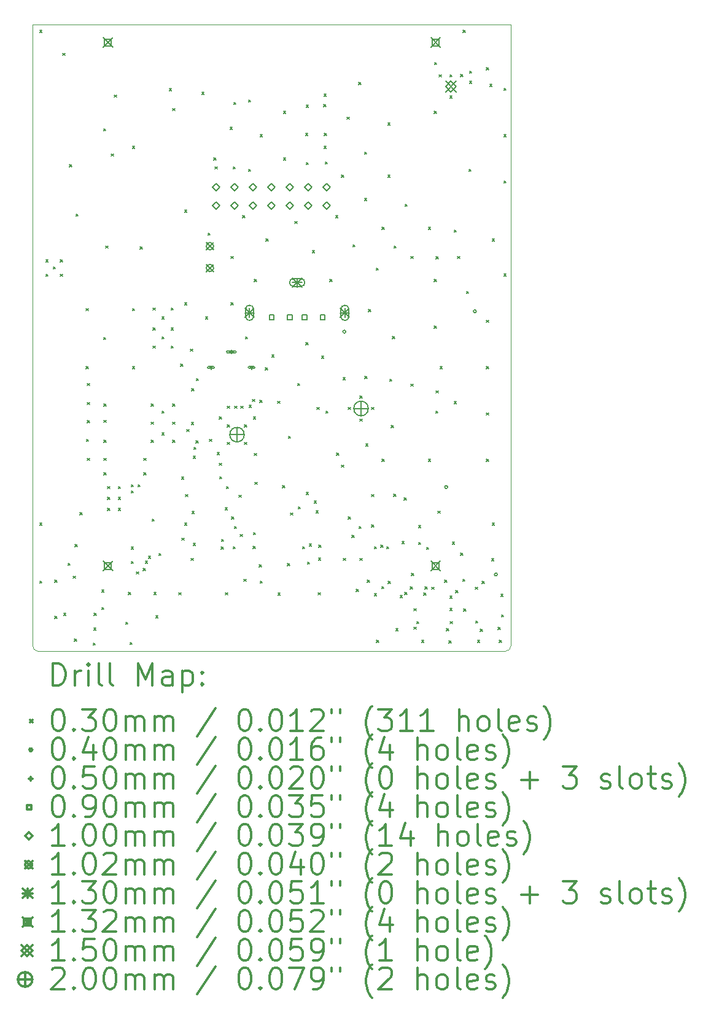
<source format=gbr>
%FSLAX45Y45*%
G04 Gerber Fmt 4.5, Leading zero omitted, Abs format (unit mm)*
G04 Created by KiCad (PCBNEW (5.1.6)-1) date 2022-04-22 11:55:39*
%MOMM*%
%LPD*%
G01*
G04 APERTURE LIST*
%TA.AperFunction,Profile*%
%ADD10C,0.050000*%
%TD*%
%ADD11C,0.200000*%
%ADD12C,0.300000*%
G04 APERTURE END LIST*
D10*
X11480000Y-14450000D02*
X17920000Y-14450000D01*
X11400000Y-5800000D02*
X18000000Y-5800000D01*
X11480000Y-14450000D02*
G75*
G02*
X11400000Y-14370000I0J80000D01*
G01*
X18000000Y-14370000D02*
G75*
G02*
X17920000Y-14450000I-80000J0D01*
G01*
X18000000Y-14370000D02*
X18000000Y-5800000D01*
X11400000Y-5800000D02*
X11400000Y-14370000D01*
D11*
X11499167Y-5879750D02*
X11529167Y-5909750D01*
X11529167Y-5879750D02*
X11499167Y-5909750D01*
X11499167Y-12679750D02*
X11529167Y-12709750D01*
X11529167Y-12679750D02*
X11499167Y-12709750D01*
X11499167Y-13479750D02*
X11529167Y-13509750D01*
X11529167Y-13479750D02*
X11499167Y-13509750D01*
X11585000Y-9045000D02*
X11615000Y-9075000D01*
X11615000Y-9045000D02*
X11585000Y-9075000D01*
X11585000Y-9245000D02*
X11615000Y-9275000D01*
X11615000Y-9245000D02*
X11585000Y-9275000D01*
X11685000Y-9145000D02*
X11715000Y-9175000D01*
X11715000Y-9145000D02*
X11685000Y-9175000D01*
X11705000Y-13465000D02*
X11735000Y-13495000D01*
X11735000Y-13465000D02*
X11705000Y-13495000D01*
X11705000Y-13965000D02*
X11735000Y-13995000D01*
X11735000Y-13965000D02*
X11705000Y-13995000D01*
X11785000Y-9045000D02*
X11815000Y-9075000D01*
X11815000Y-9045000D02*
X11785000Y-9075000D01*
X11785000Y-9245000D02*
X11815000Y-9275000D01*
X11815000Y-9245000D02*
X11785000Y-9275000D01*
X11819167Y-6199750D02*
X11849167Y-6229750D01*
X11849167Y-6199750D02*
X11819167Y-6229750D01*
X11828000Y-13926000D02*
X11858000Y-13956000D01*
X11858000Y-13926000D02*
X11828000Y-13956000D01*
X11887501Y-13234725D02*
X11917501Y-13264725D01*
X11917501Y-13234725D02*
X11887501Y-13264725D01*
X11910000Y-7735000D02*
X11940000Y-7765000D01*
X11940000Y-7735000D02*
X11910000Y-7765000D01*
X11960000Y-13410000D02*
X11990000Y-13440000D01*
X11990000Y-13410000D02*
X11960000Y-13440000D01*
X11979167Y-14279750D02*
X12009167Y-14309750D01*
X12009167Y-14279750D02*
X11979167Y-14309750D01*
X11985000Y-12975000D02*
X12015000Y-13005000D01*
X12015000Y-12975000D02*
X11985000Y-13005000D01*
X11998000Y-8415000D02*
X12028000Y-8445000D01*
X12028000Y-8415000D02*
X11998000Y-8445000D01*
X12055000Y-12535000D02*
X12085000Y-12565000D01*
X12085000Y-12535000D02*
X12055000Y-12565000D01*
X12139167Y-9719750D02*
X12169167Y-9749750D01*
X12169167Y-9719750D02*
X12139167Y-9749750D01*
X12139167Y-10519750D02*
X12169167Y-10549750D01*
X12169167Y-10519750D02*
X12139167Y-10549750D01*
X12145000Y-11525000D02*
X12175000Y-11555000D01*
X12175000Y-11525000D02*
X12145000Y-11555000D01*
X12155000Y-10755000D02*
X12185000Y-10785000D01*
X12185000Y-10755000D02*
X12155000Y-10785000D01*
X12155000Y-11015000D02*
X12185000Y-11045000D01*
X12185000Y-11015000D02*
X12155000Y-11045000D01*
X12155000Y-11265000D02*
X12185000Y-11295000D01*
X12185000Y-11265000D02*
X12155000Y-11295000D01*
X12155000Y-11785000D02*
X12185000Y-11815000D01*
X12185000Y-11785000D02*
X12155000Y-11815000D01*
X12235000Y-14335000D02*
X12265000Y-14365000D01*
X12265000Y-14335000D02*
X12235000Y-14365000D01*
X12245000Y-14125000D02*
X12275000Y-14155000D01*
X12275000Y-14125000D02*
X12245000Y-14155000D01*
X12246750Y-13924250D02*
X12276750Y-13954250D01*
X12276750Y-13924250D02*
X12246750Y-13954250D01*
X12353000Y-13600000D02*
X12383000Y-13630000D01*
X12383000Y-13600000D02*
X12353000Y-13630000D01*
X12355000Y-13845000D02*
X12385000Y-13875000D01*
X12385000Y-13845000D02*
X12355000Y-13875000D01*
X12379167Y-7239750D02*
X12409167Y-7269750D01*
X12409167Y-7239750D02*
X12379167Y-7269750D01*
X12379167Y-10119750D02*
X12409167Y-10149750D01*
X12409167Y-10119750D02*
X12379167Y-10149750D01*
X12385000Y-11035000D02*
X12415000Y-11065000D01*
X12415000Y-11035000D02*
X12385000Y-11065000D01*
X12385000Y-11260000D02*
X12415000Y-11290000D01*
X12415000Y-11260000D02*
X12385000Y-11290000D01*
X12385000Y-11535000D02*
X12415000Y-11565000D01*
X12415000Y-11535000D02*
X12385000Y-11565000D01*
X12385000Y-11785000D02*
X12415000Y-11815000D01*
X12415000Y-11785000D02*
X12385000Y-11815000D01*
X12385000Y-11985000D02*
X12415000Y-12015000D01*
X12415000Y-11985000D02*
X12385000Y-12015000D01*
X12410000Y-8856000D02*
X12440000Y-8886000D01*
X12440000Y-8856000D02*
X12410000Y-8886000D01*
X12435000Y-12175000D02*
X12465000Y-12205000D01*
X12465000Y-12175000D02*
X12435000Y-12205000D01*
X12435000Y-12325000D02*
X12465000Y-12355000D01*
X12465000Y-12325000D02*
X12435000Y-12355000D01*
X12435000Y-12475000D02*
X12465000Y-12505000D01*
X12465000Y-12475000D02*
X12435000Y-12505000D01*
X12485000Y-7585000D02*
X12515000Y-7615000D01*
X12515000Y-7585000D02*
X12485000Y-7615000D01*
X12527000Y-6774000D02*
X12557000Y-6804000D01*
X12557000Y-6774000D02*
X12527000Y-6804000D01*
X12585000Y-12175000D02*
X12615000Y-12205000D01*
X12615000Y-12175000D02*
X12585000Y-12205000D01*
X12585000Y-12325000D02*
X12615000Y-12355000D01*
X12615000Y-12325000D02*
X12585000Y-12355000D01*
X12585000Y-12475000D02*
X12615000Y-12505000D01*
X12615000Y-12475000D02*
X12585000Y-12505000D01*
X12685000Y-14045000D02*
X12715000Y-14075000D01*
X12715000Y-14045000D02*
X12685000Y-14075000D01*
X12725000Y-13635000D02*
X12755000Y-13665000D01*
X12755000Y-13635000D02*
X12725000Y-13665000D01*
X12745000Y-14325000D02*
X12775000Y-14355000D01*
X12775000Y-14325000D02*
X12745000Y-14355000D01*
X12759999Y-13010000D02*
X12789999Y-13040000D01*
X12789999Y-13010000D02*
X12759999Y-13040000D01*
X12760000Y-12235000D02*
X12790000Y-12265000D01*
X12790000Y-12235000D02*
X12760000Y-12265000D01*
X12760000Y-13210000D02*
X12790000Y-13240000D01*
X12790000Y-13210000D02*
X12760000Y-13240000D01*
X12763000Y-12150000D02*
X12793000Y-12180000D01*
X12793000Y-12150000D02*
X12763000Y-12180000D01*
X12779167Y-7479750D02*
X12809167Y-7509750D01*
X12809167Y-7479750D02*
X12779167Y-7509750D01*
X12779167Y-9719750D02*
X12809167Y-9749750D01*
X12809167Y-9719750D02*
X12779167Y-9749750D01*
X12779167Y-10519750D02*
X12809167Y-10549750D01*
X12809167Y-10519750D02*
X12779167Y-10549750D01*
X12831325Y-13352499D02*
X12861325Y-13382499D01*
X12861325Y-13352499D02*
X12831325Y-13382499D01*
X12854999Y-12150467D02*
X12884999Y-12180467D01*
X12884999Y-12150467D02*
X12854999Y-12180467D01*
X12885000Y-8867000D02*
X12915000Y-8897000D01*
X12915000Y-8867000D02*
X12885000Y-8897000D01*
X12925000Y-13305000D02*
X12955000Y-13335000D01*
X12955000Y-13305000D02*
X12925000Y-13335000D01*
X12935000Y-11785000D02*
X12965000Y-11815000D01*
X12965000Y-11785000D02*
X12935000Y-11815000D01*
X12935000Y-11985000D02*
X12965000Y-12015000D01*
X12965000Y-11985000D02*
X12935000Y-12015000D01*
X12955000Y-13205000D02*
X12985000Y-13235000D01*
X12985000Y-13205000D02*
X12955000Y-13235000D01*
X13000000Y-13137000D02*
X13030000Y-13167000D01*
X13030000Y-13137000D02*
X13000000Y-13167000D01*
X13035000Y-11035000D02*
X13065000Y-11065000D01*
X13065000Y-11035000D02*
X13035000Y-11065000D01*
X13035000Y-11285000D02*
X13065000Y-11315000D01*
X13065000Y-11285000D02*
X13035000Y-11315000D01*
X13035000Y-11535000D02*
X13065000Y-11565000D01*
X13065000Y-11535000D02*
X13035000Y-11565000D01*
X13050000Y-12624000D02*
X13080000Y-12654000D01*
X13080000Y-12624000D02*
X13050000Y-12654000D01*
X13060000Y-9710000D02*
X13090000Y-9740000D01*
X13090000Y-9710000D02*
X13060000Y-9740000D01*
X13060000Y-9985000D02*
X13090000Y-10015000D01*
X13090000Y-9985000D02*
X13060000Y-10015000D01*
X13060000Y-10235000D02*
X13090000Y-10265000D01*
X13090000Y-10235000D02*
X13060000Y-10265000D01*
X13075000Y-13635000D02*
X13105000Y-13665000D01*
X13105000Y-13635000D02*
X13075000Y-13665000D01*
X13099167Y-13959750D02*
X13129167Y-13989750D01*
X13129167Y-13959750D02*
X13099167Y-13989750D01*
X13141394Y-13099099D02*
X13171394Y-13129099D01*
X13171394Y-13099099D02*
X13141394Y-13129099D01*
X13185000Y-9835000D02*
X13215000Y-9865000D01*
X13215000Y-9835000D02*
X13185000Y-9865000D01*
X13185000Y-10110000D02*
X13215000Y-10140000D01*
X13215000Y-10110000D02*
X13185000Y-10140000D01*
X13185000Y-11135000D02*
X13215000Y-11165000D01*
X13215000Y-11135000D02*
X13185000Y-11165000D01*
X13185000Y-11435000D02*
X13215000Y-11465000D01*
X13215000Y-11435000D02*
X13185000Y-11465000D01*
X13285000Y-6685000D02*
X13315000Y-6715000D01*
X13315000Y-6685000D02*
X13285000Y-6715000D01*
X13310000Y-9710000D02*
X13340000Y-9740000D01*
X13340000Y-9710000D02*
X13310000Y-9740000D01*
X13310000Y-9985000D02*
X13340000Y-10015000D01*
X13340000Y-9985000D02*
X13310000Y-10015000D01*
X13310000Y-10235000D02*
X13340000Y-10265000D01*
X13340000Y-10235000D02*
X13310000Y-10265000D01*
X13335000Y-6960000D02*
X13365000Y-6990000D01*
X13365000Y-6960000D02*
X13335000Y-6990000D01*
X13335000Y-11035000D02*
X13365000Y-11065000D01*
X13365000Y-11035000D02*
X13335000Y-11065000D01*
X13335000Y-11285000D02*
X13365000Y-11315000D01*
X13365000Y-11285000D02*
X13335000Y-11315000D01*
X13335000Y-11535000D02*
X13365000Y-11565000D01*
X13365000Y-11535000D02*
X13335000Y-11565000D01*
X13419167Y-13639750D02*
X13449167Y-13669750D01*
X13449167Y-13639750D02*
X13419167Y-13669750D01*
X13445000Y-10485000D02*
X13475000Y-10515000D01*
X13475000Y-10485000D02*
X13445000Y-10515000D01*
X13455000Y-12045000D02*
X13485000Y-12075000D01*
X13485000Y-12045000D02*
X13455000Y-12075000D01*
X13460000Y-12885000D02*
X13490000Y-12915000D01*
X13490000Y-12885000D02*
X13460000Y-12915000D01*
X13499167Y-8359750D02*
X13529167Y-8389750D01*
X13529167Y-8359750D02*
X13499167Y-8389750D01*
X13499167Y-9639750D02*
X13529167Y-9669750D01*
X13529167Y-9639750D02*
X13499167Y-9669750D01*
X13499167Y-12679750D02*
X13529167Y-12709750D01*
X13529167Y-12679750D02*
X13499167Y-12709750D01*
X13510000Y-12285000D02*
X13540000Y-12315000D01*
X13540000Y-12285000D02*
X13510000Y-12315000D01*
X13527000Y-11388000D02*
X13557000Y-11418000D01*
X13557000Y-11388000D02*
X13527000Y-11418000D01*
X13579167Y-10279750D02*
X13609167Y-10309750D01*
X13609167Y-10279750D02*
X13579167Y-10309750D01*
X13587000Y-13168000D02*
X13617000Y-13198000D01*
X13617000Y-13168000D02*
X13587000Y-13198000D01*
X13589999Y-11290000D02*
X13619999Y-11320000D01*
X13619999Y-11290000D02*
X13589999Y-11320000D01*
X13595000Y-10825000D02*
X13625000Y-10855000D01*
X13625000Y-10825000D02*
X13595000Y-10855000D01*
X13600000Y-12517000D02*
X13630000Y-12547000D01*
X13630000Y-12517000D02*
X13600000Y-12547000D01*
X13615000Y-12960000D02*
X13645000Y-12990000D01*
X13645000Y-12960000D02*
X13615000Y-12990000D01*
X13617501Y-11755000D02*
X13647501Y-11785000D01*
X13647501Y-11755000D02*
X13617501Y-11785000D01*
X13625000Y-11635000D02*
X13655000Y-11665000D01*
X13655000Y-11635000D02*
X13625000Y-11665000D01*
X13655000Y-11545000D02*
X13685000Y-11575000D01*
X13685000Y-11545000D02*
X13655000Y-11575000D01*
X13660000Y-10685000D02*
X13690000Y-10715000D01*
X13690000Y-10685000D02*
X13660000Y-10715000D01*
X13735000Y-6735000D02*
X13765000Y-6765000D01*
X13765000Y-6735000D02*
X13735000Y-6765000D01*
X13785000Y-9835000D02*
X13815000Y-9865000D01*
X13815000Y-9835000D02*
X13785000Y-9865000D01*
X13819167Y-8679750D02*
X13849167Y-8709750D01*
X13849167Y-8679750D02*
X13819167Y-8709750D01*
X13842499Y-11525000D02*
X13872499Y-11555000D01*
X13872499Y-11525000D02*
X13842499Y-11555000D01*
X13899167Y-7639750D02*
X13929167Y-7669750D01*
X13929167Y-7639750D02*
X13899167Y-7669750D01*
X13915000Y-7765000D02*
X13945000Y-7795000D01*
X13945000Y-7765000D02*
X13915000Y-7795000D01*
X13945000Y-11705000D02*
X13975000Y-11735000D01*
X13975000Y-11705000D02*
X13945000Y-11735000D01*
X13975000Y-11215000D02*
X14005000Y-11245000D01*
X14005000Y-11215000D02*
X13975000Y-11245000D01*
X13975000Y-11855000D02*
X14005000Y-11885000D01*
X14005000Y-11855000D02*
X13975000Y-11885000D01*
X13979167Y-12039750D02*
X14009167Y-12069750D01*
X14009167Y-12039750D02*
X13979167Y-12069750D01*
X14002499Y-13007501D02*
X14032499Y-13037501D01*
X14032499Y-13007501D02*
X14002499Y-13037501D01*
X14005000Y-12905000D02*
X14035000Y-12935000D01*
X14035000Y-12905000D02*
X14005000Y-12935000D01*
X14058000Y-12469000D02*
X14088000Y-12499000D01*
X14088000Y-12469000D02*
X14058000Y-12499000D01*
X14059167Y-13639750D02*
X14089167Y-13669750D01*
X14089167Y-13639750D02*
X14059167Y-13669750D01*
X14075000Y-12175000D02*
X14105000Y-12205000D01*
X14105000Y-12175000D02*
X14075000Y-12205000D01*
X14085000Y-11065000D02*
X14115000Y-11095000D01*
X14115000Y-11065000D02*
X14085000Y-11095000D01*
X14085000Y-11325000D02*
X14115000Y-11355000D01*
X14115000Y-11325000D02*
X14085000Y-11355000D01*
X14085000Y-11565000D02*
X14115000Y-11595000D01*
X14115000Y-11565000D02*
X14085000Y-11595000D01*
X14125000Y-7218000D02*
X14155000Y-7248000D01*
X14155000Y-7218000D02*
X14125000Y-7248000D01*
X14139167Y-8999750D02*
X14169167Y-9029750D01*
X14169167Y-8999750D02*
X14139167Y-9029750D01*
X14139167Y-9639750D02*
X14169167Y-9669750D01*
X14169167Y-9639750D02*
X14139167Y-9669750D01*
X14145000Y-12595000D02*
X14175000Y-12625000D01*
X14175000Y-12595000D02*
X14145000Y-12625000D01*
X14165000Y-7765000D02*
X14195000Y-7795000D01*
X14195000Y-7765000D02*
X14165000Y-7795000D01*
X14165000Y-13005000D02*
X14195000Y-13035000D01*
X14195000Y-13005000D02*
X14165000Y-13035000D01*
X14175000Y-6875000D02*
X14205000Y-6905000D01*
X14205000Y-6875000D02*
X14175000Y-6905000D01*
X14185000Y-12725000D02*
X14215000Y-12755000D01*
X14215000Y-12725000D02*
X14185000Y-12755000D01*
X14187500Y-11065000D02*
X14217500Y-11095000D01*
X14217500Y-11065000D02*
X14187500Y-11095000D01*
X14245000Y-12295000D02*
X14275000Y-12325000D01*
X14275000Y-12295000D02*
X14245000Y-12325000D01*
X14265000Y-12835000D02*
X14295000Y-12865000D01*
X14295000Y-12835000D02*
X14265000Y-12865000D01*
X14272500Y-11065000D02*
X14302500Y-11095000D01*
X14302500Y-11065000D02*
X14272500Y-11095000D01*
X14299167Y-8439750D02*
X14329167Y-8469750D01*
X14329167Y-8439750D02*
X14299167Y-8469750D01*
X14315000Y-13455000D02*
X14345000Y-13485000D01*
X14345000Y-13455000D02*
X14315000Y-13485000D01*
X14325000Y-11325000D02*
X14355000Y-11355000D01*
X14355000Y-11325000D02*
X14325000Y-11355000D01*
X14325000Y-11565000D02*
X14355000Y-11595000D01*
X14355000Y-11565000D02*
X14325000Y-11595000D01*
X14335000Y-10110000D02*
X14365000Y-10140000D01*
X14365000Y-10110000D02*
X14335000Y-10140000D01*
X14379167Y-6839750D02*
X14409167Y-6869750D01*
X14409167Y-6839750D02*
X14379167Y-6869750D01*
X14379167Y-7799750D02*
X14409167Y-7829750D01*
X14409167Y-7799750D02*
X14379167Y-7829750D01*
X14385000Y-11055000D02*
X14415000Y-11085000D01*
X14415000Y-11055000D02*
X14385000Y-11085000D01*
X14435000Y-10975000D02*
X14465000Y-11005000D01*
X14465000Y-10975000D02*
X14435000Y-11005000D01*
X14441000Y-13002000D02*
X14471000Y-13032000D01*
X14471000Y-13002000D02*
X14441000Y-13032000D01*
X14445000Y-11215000D02*
X14475000Y-11245000D01*
X14475000Y-11215000D02*
X14445000Y-11245000D01*
X14447000Y-12810000D02*
X14477000Y-12840000D01*
X14477000Y-12810000D02*
X14447000Y-12840000D01*
X14459167Y-9319750D02*
X14489167Y-9349750D01*
X14489167Y-9319750D02*
X14459167Y-9349750D01*
X14459167Y-11719750D02*
X14489167Y-11749750D01*
X14489167Y-11719750D02*
X14459167Y-11749750D01*
X14465000Y-12115000D02*
X14495000Y-12145000D01*
X14495000Y-12115000D02*
X14465000Y-12145000D01*
X14525000Y-13255000D02*
X14555000Y-13285000D01*
X14555000Y-13255000D02*
X14525000Y-13285000D01*
X14535000Y-10985000D02*
X14565000Y-11015000D01*
X14565000Y-10985000D02*
X14535000Y-11015000D01*
X14539167Y-7319750D02*
X14569167Y-7349750D01*
X14569167Y-7319750D02*
X14539167Y-7349750D01*
X14539167Y-13479750D02*
X14569167Y-13509750D01*
X14569167Y-13479750D02*
X14539167Y-13509750D01*
X14610000Y-10535000D02*
X14640000Y-10565000D01*
X14640000Y-10535000D02*
X14610000Y-10565000D01*
X14619167Y-8759750D02*
X14649167Y-8789750D01*
X14649167Y-8759750D02*
X14619167Y-8789750D01*
X14699167Y-10359750D02*
X14729167Y-10389750D01*
X14729167Y-10359750D02*
X14699167Y-10389750D01*
X14779167Y-10999750D02*
X14809167Y-11029750D01*
X14809167Y-10999750D02*
X14779167Y-11029750D01*
X14785000Y-13645000D02*
X14815000Y-13675000D01*
X14815000Y-13645000D02*
X14785000Y-13675000D01*
X14847000Y-12165000D02*
X14877000Y-12195000D01*
X14877000Y-12165000D02*
X14847000Y-12195000D01*
X14859167Y-6999750D02*
X14889167Y-7029750D01*
X14889167Y-6999750D02*
X14859167Y-7029750D01*
X14859167Y-7639750D02*
X14889167Y-7669750D01*
X14889167Y-7639750D02*
X14859167Y-7669750D01*
X14916000Y-13237000D02*
X14946000Y-13267000D01*
X14946000Y-13237000D02*
X14916000Y-13267000D01*
X14929167Y-11479750D02*
X14959167Y-11509750D01*
X14959167Y-11479750D02*
X14929167Y-11509750D01*
X14959999Y-12540001D02*
X14989999Y-12570001D01*
X14989999Y-12540001D02*
X14959999Y-12570001D01*
X15019167Y-8519750D02*
X15049167Y-8549750D01*
X15049167Y-8519750D02*
X15019167Y-8549750D01*
X15055000Y-10755000D02*
X15085000Y-10785000D01*
X15085000Y-10755000D02*
X15055000Y-10785000D01*
X15065000Y-12455000D02*
X15095000Y-12485000D01*
X15095000Y-12455000D02*
X15065000Y-12485000D01*
X15125000Y-13005000D02*
X15155000Y-13035000D01*
X15155000Y-13005000D02*
X15125000Y-13035000D01*
X15165000Y-7305000D02*
X15195000Y-7335000D01*
X15195000Y-7305000D02*
X15165000Y-7335000D01*
X15169167Y-10189750D02*
X15199167Y-10219750D01*
X15199167Y-10189750D02*
X15169167Y-10219750D01*
X15175000Y-6915000D02*
X15205000Y-6945000D01*
X15205000Y-6915000D02*
X15175000Y-6945000D01*
X15175000Y-7705000D02*
X15205000Y-7735000D01*
X15205000Y-7705000D02*
X15175000Y-7735000D01*
X15175000Y-12255000D02*
X15205000Y-12285000D01*
X15205000Y-12255000D02*
X15175000Y-12285000D01*
X15191000Y-13216000D02*
X15221000Y-13246000D01*
X15221000Y-13216000D02*
X15191000Y-13246000D01*
X15215000Y-12965000D02*
X15245000Y-12995000D01*
X15245000Y-12965000D02*
X15215000Y-12995000D01*
X15259167Y-8919750D02*
X15289167Y-8949750D01*
X15289167Y-8919750D02*
X15259167Y-8949750D01*
X15285000Y-12375000D02*
X15315000Y-12405000D01*
X15315000Y-12375000D02*
X15285000Y-12405000D01*
X15309000Y-12509000D02*
X15339000Y-12539000D01*
X15339000Y-12509000D02*
X15309000Y-12539000D01*
X15323000Y-11083999D02*
X15353000Y-11113999D01*
X15353000Y-11083999D02*
X15323000Y-11113999D01*
X15339167Y-13639750D02*
X15369167Y-13669750D01*
X15369167Y-13639750D02*
X15339167Y-13669750D01*
X15343000Y-13160000D02*
X15373000Y-13190000D01*
X15373000Y-13160000D02*
X15343000Y-13190000D01*
X15348000Y-12984000D02*
X15378000Y-13014000D01*
X15378000Y-12984000D02*
X15348000Y-13014000D01*
X15385000Y-10375000D02*
X15415000Y-10405000D01*
X15415000Y-10375000D02*
X15385000Y-10405000D01*
X15415000Y-6905000D02*
X15445000Y-6935000D01*
X15445000Y-6905000D02*
X15415000Y-6935000D01*
X15419167Y-6759750D02*
X15449167Y-6789750D01*
X15449167Y-6759750D02*
X15419167Y-6789750D01*
X15419167Y-7479750D02*
X15449167Y-7509750D01*
X15449167Y-7479750D02*
X15419167Y-7509750D01*
X15425000Y-7305000D02*
X15455000Y-7335000D01*
X15455000Y-7305000D02*
X15425000Y-7335000D01*
X15435000Y-7695000D02*
X15465000Y-7725000D01*
X15465000Y-7695000D02*
X15435000Y-7725000D01*
X15445000Y-11135000D02*
X15475000Y-11165000D01*
X15475000Y-11135000D02*
X15445000Y-11165000D01*
X15499167Y-9319750D02*
X15529167Y-9349750D01*
X15529167Y-9319750D02*
X15499167Y-9349750D01*
X15579167Y-8439750D02*
X15609167Y-8469750D01*
X15609167Y-8439750D02*
X15579167Y-8469750D01*
X15595000Y-11715000D02*
X15625000Y-11745000D01*
X15625000Y-11715000D02*
X15595000Y-11745000D01*
X15659167Y-7879750D02*
X15689167Y-7909750D01*
X15689167Y-7879750D02*
X15659167Y-7909750D01*
X15659167Y-11879750D02*
X15689167Y-11909750D01*
X15689167Y-11879750D02*
X15659167Y-11909750D01*
X15683000Y-10673000D02*
X15713000Y-10703000D01*
X15713000Y-10673000D02*
X15683000Y-10703000D01*
X15685000Y-13165000D02*
X15715000Y-13195000D01*
X15715000Y-13165000D02*
X15685000Y-13195000D01*
X15739167Y-7079750D02*
X15769167Y-7109750D01*
X15769167Y-7079750D02*
X15739167Y-7109750D01*
X15755000Y-11085000D02*
X15785000Y-11115000D01*
X15785000Y-11085000D02*
X15755000Y-11115000D01*
X15755000Y-12595000D02*
X15785000Y-12625000D01*
X15785000Y-12595000D02*
X15755000Y-12625000D01*
X15803000Y-12849000D02*
X15833000Y-12879000D01*
X15833000Y-12849000D02*
X15803000Y-12879000D01*
X15819167Y-8839750D02*
X15849167Y-8869750D01*
X15849167Y-8839750D02*
X15819167Y-8869750D01*
X15865000Y-13595000D02*
X15895000Y-13625000D01*
X15895000Y-13595000D02*
X15865000Y-13625000D01*
X15899167Y-6599750D02*
X15929167Y-6629750D01*
X15929167Y-6599750D02*
X15899167Y-6629750D01*
X15903000Y-12724000D02*
X15933000Y-12754000D01*
X15933000Y-12724000D02*
X15903000Y-12754000D01*
X15915000Y-10925000D02*
X15945000Y-10955000D01*
X15945000Y-10925000D02*
X15915000Y-10955000D01*
X15915000Y-11245000D02*
X15945000Y-11275000D01*
X15945000Y-11245000D02*
X15915000Y-11275000D01*
X15915000Y-13165000D02*
X15945000Y-13195000D01*
X15945000Y-13165000D02*
X15915000Y-13195000D01*
X15979167Y-7559750D02*
X16009167Y-7589750D01*
X16009167Y-7559750D02*
X15979167Y-7589750D01*
X15979167Y-8199750D02*
X16009167Y-8229750D01*
X16009167Y-8199750D02*
X15979167Y-8229750D01*
X15985000Y-10655000D02*
X16015000Y-10685000D01*
X16015000Y-10655000D02*
X15985000Y-10685000D01*
X15996000Y-11585000D02*
X16026000Y-11615000D01*
X16026000Y-11585000D02*
X15996000Y-11615000D01*
X16015000Y-13465000D02*
X16045000Y-13495000D01*
X16045000Y-13465000D02*
X16015000Y-13495000D01*
X16035000Y-9735000D02*
X16065000Y-9765000D01*
X16065000Y-9735000D02*
X16035000Y-9765000D01*
X16075000Y-11085000D02*
X16105000Y-11115000D01*
X16105000Y-11085000D02*
X16075000Y-11115000D01*
X16075000Y-12285000D02*
X16105000Y-12315000D01*
X16105000Y-12285000D02*
X16075000Y-12315000D01*
X16075000Y-12705000D02*
X16105000Y-12735000D01*
X16105000Y-12705000D02*
X16075000Y-12735000D01*
X16115000Y-13655000D02*
X16145000Y-13685000D01*
X16145000Y-13655000D02*
X16115000Y-13685000D01*
X16115000Y-13005000D02*
X16145000Y-13035000D01*
X16145000Y-13005000D02*
X16115000Y-13035000D01*
X16139167Y-9159750D02*
X16169167Y-9189750D01*
X16169167Y-9159750D02*
X16139167Y-9189750D01*
X16145000Y-14295000D02*
X16175000Y-14325000D01*
X16175000Y-14295000D02*
X16145000Y-14325000D01*
X16205000Y-12985000D02*
X16235000Y-13015000D01*
X16235000Y-12985000D02*
X16205000Y-13015000D01*
X16215000Y-13555000D02*
X16245000Y-13585000D01*
X16245000Y-13555000D02*
X16215000Y-13585000D01*
X16219167Y-8599750D02*
X16249167Y-8629750D01*
X16249167Y-8599750D02*
X16219167Y-8629750D01*
X16219167Y-11799750D02*
X16249167Y-11829750D01*
X16249167Y-11799750D02*
X16219167Y-11829750D01*
X16285000Y-13005000D02*
X16315000Y-13035000D01*
X16315000Y-13005000D02*
X16285000Y-13035000D01*
X16299167Y-7159750D02*
X16329167Y-7189750D01*
X16329167Y-7159750D02*
X16299167Y-7189750D01*
X16299167Y-7879750D02*
X16329167Y-7909750D01*
X16329167Y-7879750D02*
X16299167Y-7909750D01*
X16305000Y-13485000D02*
X16335000Y-13515000D01*
X16335000Y-13485000D02*
X16305000Y-13515000D01*
X16325000Y-10695000D02*
X16355000Y-10725000D01*
X16355000Y-10695000D02*
X16325000Y-10725000D01*
X16345000Y-11335000D02*
X16375000Y-11365000D01*
X16375000Y-11335000D02*
X16345000Y-11365000D01*
X16365000Y-10105000D02*
X16395000Y-10135000D01*
X16395000Y-10105000D02*
X16365000Y-10135000D01*
X16379167Y-12279750D02*
X16409167Y-12309750D01*
X16409167Y-12279750D02*
X16379167Y-12309750D01*
X16385000Y-8855000D02*
X16415000Y-8885000D01*
X16415000Y-8855000D02*
X16385000Y-8885000D01*
X16410000Y-14135000D02*
X16440000Y-14165000D01*
X16440000Y-14135000D02*
X16410000Y-14165000D01*
X16468435Y-13679377D02*
X16498435Y-13709377D01*
X16498435Y-13679377D02*
X16468435Y-13709377D01*
X16495000Y-12935000D02*
X16525000Y-12965000D01*
X16525000Y-12935000D02*
X16495000Y-12965000D01*
X16523000Y-12333000D02*
X16553000Y-12363000D01*
X16553000Y-12333000D02*
X16523000Y-12363000D01*
X16535001Y-13634999D02*
X16565001Y-13664999D01*
X16565001Y-13634999D02*
X16535001Y-13664999D01*
X16539167Y-8279750D02*
X16569167Y-8309750D01*
X16569167Y-8279750D02*
X16539167Y-8309750D01*
X16610000Y-13560000D02*
X16640000Y-13590000D01*
X16640000Y-13560000D02*
X16610000Y-13590000D01*
X16619167Y-8999750D02*
X16649167Y-9029750D01*
X16649167Y-8999750D02*
X16619167Y-9029750D01*
X16619167Y-10759750D02*
X16649167Y-10789750D01*
X16649167Y-10759750D02*
X16619167Y-10789750D01*
X16625000Y-13375000D02*
X16655000Y-13405000D01*
X16655000Y-13375000D02*
X16625000Y-13405000D01*
X16658500Y-14112500D02*
X16688500Y-14142500D01*
X16688500Y-14112500D02*
X16658500Y-14142500D01*
X16660000Y-13860000D02*
X16690000Y-13890000D01*
X16690000Y-13860000D02*
X16660000Y-13890000D01*
X16699167Y-14039750D02*
X16729167Y-14069750D01*
X16729167Y-14039750D02*
X16699167Y-14069750D01*
X16725000Y-12715000D02*
X16755000Y-12745000D01*
X16755000Y-12715000D02*
X16725000Y-12745000D01*
X16725000Y-12945000D02*
X16755000Y-12975000D01*
X16755000Y-12945000D02*
X16725000Y-12975000D01*
X16765000Y-14295000D02*
X16795000Y-14325000D01*
X16795000Y-14295000D02*
X16765000Y-14325000D01*
X16795000Y-13645000D02*
X16825000Y-13675000D01*
X16825000Y-13645000D02*
X16795000Y-13675000D01*
X16813000Y-13558000D02*
X16843000Y-13588000D01*
X16843000Y-13558000D02*
X16813000Y-13588000D01*
X16835000Y-13015000D02*
X16865000Y-13045000D01*
X16865000Y-13015000D02*
X16835000Y-13045000D01*
X16859167Y-8599750D02*
X16889167Y-8629750D01*
X16889167Y-8599750D02*
X16859167Y-8629750D01*
X16859167Y-11799750D02*
X16889167Y-11829750D01*
X16889167Y-11799750D02*
X16859167Y-11829750D01*
X16905000Y-13565000D02*
X16935000Y-13595000D01*
X16935000Y-13565000D02*
X16905000Y-13595000D01*
X16939167Y-6999750D02*
X16969167Y-7029750D01*
X16969167Y-6999750D02*
X16939167Y-7029750D01*
X16939167Y-9319750D02*
X16969167Y-9349750D01*
X16969167Y-9319750D02*
X16939167Y-9349750D01*
X16939167Y-9959750D02*
X16969167Y-9989750D01*
X16969167Y-9959750D02*
X16939167Y-9989750D01*
X16945000Y-6325000D02*
X16975000Y-6355000D01*
X16975000Y-6325000D02*
X16945000Y-6355000D01*
X16960000Y-11135000D02*
X16990000Y-11165000D01*
X16990000Y-11135000D02*
X16960000Y-11165000D01*
X16965000Y-9005000D02*
X16995000Y-9035000D01*
X16995000Y-9005000D02*
X16965000Y-9035000D01*
X16965000Y-10855000D02*
X16995000Y-10885000D01*
X16995000Y-10855000D02*
X16965000Y-10885000D01*
X16989000Y-12516000D02*
X17019000Y-12546000D01*
X17019000Y-12516000D02*
X16989000Y-12546000D01*
X17005000Y-6495000D02*
X17035000Y-6525000D01*
X17035000Y-6495000D02*
X17005000Y-6525000D01*
X17019167Y-10519750D02*
X17049167Y-10549750D01*
X17049167Y-10519750D02*
X17019167Y-10549750D01*
X17085000Y-13465000D02*
X17115000Y-13495000D01*
X17115000Y-13465000D02*
X17085000Y-13495000D01*
X17110000Y-14135000D02*
X17140000Y-14165000D01*
X17140000Y-14135000D02*
X17110000Y-14165000D01*
X17145000Y-14305000D02*
X17175000Y-14335000D01*
X17175000Y-14305000D02*
X17145000Y-14335000D01*
X17155000Y-6495000D02*
X17185000Y-6525000D01*
X17185000Y-6495000D02*
X17155000Y-6525000D01*
X17155000Y-6785000D02*
X17185000Y-6815000D01*
X17185000Y-6785000D02*
X17155000Y-6815000D01*
X17155000Y-13685000D02*
X17185000Y-13715000D01*
X17185000Y-13685000D02*
X17155000Y-13715000D01*
X17155000Y-13855000D02*
X17185000Y-13885000D01*
X17185000Y-13855000D02*
X17155000Y-13885000D01*
X17161000Y-14038000D02*
X17191000Y-14068000D01*
X17191000Y-14038000D02*
X17161000Y-14068000D01*
X17190500Y-12943000D02*
X17220500Y-12973000D01*
X17220500Y-12943000D02*
X17190500Y-12973000D01*
X17215000Y-8635000D02*
X17245000Y-8665000D01*
X17245000Y-8635000D02*
X17215000Y-8665000D01*
X17215000Y-11005000D02*
X17245000Y-11035000D01*
X17245000Y-11005000D02*
X17215000Y-11035000D01*
X17235000Y-13610000D02*
X17265000Y-13640000D01*
X17265000Y-13610000D02*
X17235000Y-13640000D01*
X17259167Y-8999750D02*
X17289167Y-9029750D01*
X17289167Y-8999750D02*
X17259167Y-9029750D01*
X17305000Y-6489000D02*
X17335000Y-6519000D01*
X17335000Y-6489000D02*
X17305000Y-6519000D01*
X17305000Y-13095000D02*
X17335000Y-13125000D01*
X17335000Y-13095000D02*
X17305000Y-13125000D01*
X17335000Y-13455000D02*
X17365000Y-13485000D01*
X17365000Y-13455000D02*
X17335000Y-13485000D01*
X17339167Y-5879750D02*
X17369167Y-5909750D01*
X17369167Y-5879750D02*
X17339167Y-5909750D01*
X17345000Y-13865000D02*
X17375000Y-13895000D01*
X17375000Y-13865000D02*
X17345000Y-13895000D01*
X17385000Y-9485000D02*
X17415000Y-9515000D01*
X17415000Y-9485000D02*
X17385000Y-9515000D01*
X17419167Y-7799750D02*
X17449167Y-7829750D01*
X17449167Y-7799750D02*
X17419167Y-7829750D01*
X17425000Y-6445000D02*
X17455000Y-6475000D01*
X17455000Y-6445000D02*
X17425000Y-6475000D01*
X17425000Y-6585000D02*
X17455000Y-6615000D01*
X17455000Y-6585000D02*
X17425000Y-6615000D01*
X17505000Y-13565000D02*
X17535000Y-13595000D01*
X17535000Y-13565000D02*
X17505000Y-13595000D01*
X17511250Y-14031250D02*
X17541250Y-14061250D01*
X17541250Y-14031250D02*
X17511250Y-14061250D01*
X17535000Y-14295000D02*
X17565000Y-14325000D01*
X17565000Y-14295000D02*
X17535000Y-14325000D01*
X17575000Y-14145000D02*
X17605000Y-14175000D01*
X17605000Y-14145000D02*
X17575000Y-14175000D01*
X17600000Y-13485000D02*
X17630000Y-13515000D01*
X17630000Y-13485000D02*
X17600000Y-13515000D01*
X17659167Y-6395000D02*
X17689167Y-6425000D01*
X17689167Y-6395000D02*
X17659167Y-6425000D01*
X17659167Y-9879750D02*
X17689167Y-9909750D01*
X17689167Y-9879750D02*
X17659167Y-9909750D01*
X17659167Y-10519750D02*
X17689167Y-10549750D01*
X17689167Y-10519750D02*
X17659167Y-10549750D01*
X17659167Y-11159750D02*
X17689167Y-11189750D01*
X17689167Y-11159750D02*
X17659167Y-11189750D01*
X17659167Y-11799750D02*
X17689167Y-11829750D01*
X17689167Y-11799750D02*
X17659167Y-11829750D01*
X17705000Y-6625000D02*
X17735000Y-6655000D01*
X17735000Y-6625000D02*
X17705000Y-6655000D01*
X17732000Y-13169000D02*
X17762000Y-13199000D01*
X17762000Y-13169000D02*
X17732000Y-13199000D01*
X17739167Y-8759750D02*
X17769167Y-8789750D01*
X17769167Y-8759750D02*
X17739167Y-8789750D01*
X17739167Y-12679750D02*
X17769167Y-12709750D01*
X17769167Y-12679750D02*
X17739167Y-12709750D01*
X17819167Y-14119750D02*
X17849167Y-14149750D01*
X17849167Y-14119750D02*
X17819167Y-14149750D01*
X17835000Y-14295000D02*
X17865000Y-14325000D01*
X17865000Y-14295000D02*
X17835000Y-14325000D01*
X17858999Y-13660000D02*
X17888999Y-13690000D01*
X17888999Y-13660000D02*
X17858999Y-13690000D01*
X17865000Y-13945000D02*
X17895000Y-13975000D01*
X17895000Y-13945000D02*
X17865000Y-13975000D01*
X17899167Y-6679750D02*
X17929167Y-6709750D01*
X17929167Y-6679750D02*
X17899167Y-6709750D01*
X17899167Y-7319750D02*
X17929167Y-7349750D01*
X17929167Y-7319750D02*
X17899167Y-7349750D01*
X17899167Y-7959750D02*
X17929167Y-7989750D01*
X17929167Y-7959750D02*
X17899167Y-7989750D01*
X17899167Y-9239750D02*
X17929167Y-9269750D01*
X17929167Y-9239750D02*
X17899167Y-9269750D01*
X15720000Y-10040000D02*
G75*
G03*
X15720000Y-10040000I-20000J0D01*
G01*
X17124000Y-12183000D02*
G75*
G03*
X17124000Y-12183000I-20000J0D01*
G01*
X17520000Y-9760000D02*
G75*
G03*
X17520000Y-9760000I-20000J0D01*
G01*
X17810000Y-13390000D02*
G75*
G03*
X17810000Y-13390000I-20000J0D01*
G01*
X13860000Y-10507500D02*
X13860000Y-10557500D01*
X13835000Y-10532500D02*
X13885000Y-10532500D01*
X13895000Y-10517500D02*
X13825000Y-10517500D01*
X13895000Y-10547500D02*
X13825000Y-10547500D01*
X13825000Y-10517500D02*
G75*
G03*
X13825000Y-10547500I0J-15000D01*
G01*
X13895000Y-10547500D02*
G75*
G03*
X13895000Y-10517500I0J15000D01*
G01*
X14140000Y-10292500D02*
X14140000Y-10342500D01*
X14115000Y-10317500D02*
X14165000Y-10317500D01*
X14195000Y-10302500D02*
X14085000Y-10302500D01*
X14195000Y-10332500D02*
X14085000Y-10332500D01*
X14085000Y-10302500D02*
G75*
G03*
X14085000Y-10332500I0J-15000D01*
G01*
X14195000Y-10332500D02*
G75*
G03*
X14195000Y-10302500I0J15000D01*
G01*
X14420000Y-10507500D02*
X14420000Y-10557500D01*
X14395000Y-10532500D02*
X14445000Y-10532500D01*
X14455000Y-10517500D02*
X14385000Y-10517500D01*
X14455000Y-10547500D02*
X14385000Y-10547500D01*
X14385000Y-10517500D02*
G75*
G03*
X14385000Y-10547500I0J-15000D01*
G01*
X14455000Y-10547500D02*
G75*
G03*
X14455000Y-10517500I0J15000D01*
G01*
X14731820Y-9871820D02*
X14731820Y-9808180D01*
X14668180Y-9808180D01*
X14668180Y-9871820D01*
X14731820Y-9871820D01*
X14981820Y-9871820D02*
X14981820Y-9808180D01*
X14918180Y-9808180D01*
X14918180Y-9871820D01*
X14981820Y-9871820D01*
X15181820Y-9871820D02*
X15181820Y-9808180D01*
X15118180Y-9808180D01*
X15118180Y-9871820D01*
X15181820Y-9871820D01*
X15431820Y-9871820D02*
X15431820Y-9808180D01*
X15368180Y-9808180D01*
X15368180Y-9871820D01*
X15431820Y-9871820D01*
X13933500Y-8098500D02*
X13983500Y-8048500D01*
X13933500Y-7998500D01*
X13883500Y-8048500D01*
X13933500Y-8098500D01*
X13933500Y-8352500D02*
X13983500Y-8302500D01*
X13933500Y-8252500D01*
X13883500Y-8302500D01*
X13933500Y-8352500D01*
X14187500Y-8098500D02*
X14237500Y-8048500D01*
X14187500Y-7998500D01*
X14137500Y-8048500D01*
X14187500Y-8098500D01*
X14187500Y-8352500D02*
X14237500Y-8302500D01*
X14187500Y-8252500D01*
X14137500Y-8302500D01*
X14187500Y-8352500D01*
X14441500Y-8098500D02*
X14491500Y-8048500D01*
X14441500Y-7998500D01*
X14391500Y-8048500D01*
X14441500Y-8098500D01*
X14441500Y-8352500D02*
X14491500Y-8302500D01*
X14441500Y-8252500D01*
X14391500Y-8302500D01*
X14441500Y-8352500D01*
X14695500Y-8098500D02*
X14745500Y-8048500D01*
X14695500Y-7998500D01*
X14645500Y-8048500D01*
X14695500Y-8098500D01*
X14695500Y-8352500D02*
X14745500Y-8302500D01*
X14695500Y-8252500D01*
X14645500Y-8302500D01*
X14695500Y-8352500D01*
X14949500Y-8098500D02*
X14999500Y-8048500D01*
X14949500Y-7998500D01*
X14899500Y-8048500D01*
X14949500Y-8098500D01*
X14949500Y-8352500D02*
X14999500Y-8302500D01*
X14949500Y-8252500D01*
X14899500Y-8302500D01*
X14949500Y-8352500D01*
X15203500Y-8098500D02*
X15253500Y-8048500D01*
X15203500Y-7998500D01*
X15153500Y-8048500D01*
X15203500Y-8098500D01*
X15203500Y-8352500D02*
X15253500Y-8302500D01*
X15203500Y-8252500D01*
X15153500Y-8302500D01*
X15203500Y-8352500D01*
X15457500Y-8098500D02*
X15507500Y-8048500D01*
X15457500Y-7998500D01*
X15407500Y-8048500D01*
X15457500Y-8098500D01*
X15457500Y-8352500D02*
X15507500Y-8302500D01*
X15457500Y-8252500D01*
X15407500Y-8302500D01*
X15457500Y-8352500D01*
X13795000Y-8810000D02*
X13897000Y-8912000D01*
X13897000Y-8810000D02*
X13795000Y-8912000D01*
X13897000Y-8861000D02*
G75*
G03*
X13897000Y-8861000I-51000J0D01*
G01*
X13795000Y-9110000D02*
X13897000Y-9212000D01*
X13897000Y-9110000D02*
X13795000Y-9212000D01*
X13897000Y-9161000D02*
G75*
G03*
X13897000Y-9161000I-51000J0D01*
G01*
X14328000Y-9715000D02*
X14458000Y-9845000D01*
X14458000Y-9715000D02*
X14328000Y-9845000D01*
X14393000Y-9715000D02*
X14393000Y-9845000D01*
X14328000Y-9780000D02*
X14458000Y-9780000D01*
X14448000Y-9830000D02*
X14448000Y-9730000D01*
X14338000Y-9830000D02*
X14338000Y-9730000D01*
X14448000Y-9730000D02*
G75*
G03*
X14338000Y-9730000I-55000J0D01*
G01*
X14338000Y-9830000D02*
G75*
G03*
X14448000Y-9830000I55000J0D01*
G01*
X14985000Y-9297000D02*
X15115000Y-9427000D01*
X15115000Y-9297000D02*
X14985000Y-9427000D01*
X15050000Y-9297000D02*
X15050000Y-9427000D01*
X14985000Y-9362000D02*
X15115000Y-9362000D01*
X15000000Y-9417000D02*
X15100000Y-9417000D01*
X15000000Y-9307000D02*
X15100000Y-9307000D01*
X15100000Y-9417000D02*
G75*
G03*
X15100000Y-9307000I0J55000D01*
G01*
X15000000Y-9307000D02*
G75*
G03*
X15000000Y-9417000I0J-55000D01*
G01*
X15642000Y-9715000D02*
X15772000Y-9845000D01*
X15772000Y-9715000D02*
X15642000Y-9845000D01*
X15707000Y-9715000D02*
X15707000Y-9845000D01*
X15642000Y-9780000D02*
X15772000Y-9780000D01*
X15652000Y-9730000D02*
X15652000Y-9830000D01*
X15762000Y-9730000D02*
X15762000Y-9830000D01*
X15652000Y-9830000D02*
G75*
G03*
X15762000Y-9830000I55000J0D01*
G01*
X15762000Y-9730000D02*
G75*
G03*
X15652000Y-9730000I-55000J0D01*
G01*
X12374000Y-5983000D02*
X12506000Y-6115000D01*
X12506000Y-5983000D02*
X12374000Y-6115000D01*
X12486669Y-6095669D02*
X12486669Y-6002330D01*
X12393330Y-6002330D01*
X12393330Y-6095669D01*
X12486669Y-6095669D01*
X12374000Y-13205000D02*
X12506000Y-13337000D01*
X12506000Y-13205000D02*
X12374000Y-13337000D01*
X12486669Y-13317669D02*
X12486669Y-13224330D01*
X12393330Y-13224330D01*
X12393330Y-13317669D01*
X12486669Y-13317669D01*
X16894000Y-5983000D02*
X17026000Y-6115000D01*
X17026000Y-5983000D02*
X16894000Y-6115000D01*
X17006670Y-6095669D02*
X17006670Y-6002330D01*
X16913331Y-6002330D01*
X16913331Y-6095669D01*
X17006670Y-6095669D01*
X16894000Y-13205000D02*
X17026000Y-13337000D01*
X17026000Y-13205000D02*
X16894000Y-13337000D01*
X17006670Y-13317669D02*
X17006670Y-13224330D01*
X16913331Y-13224330D01*
X16913331Y-13317669D01*
X17006670Y-13317669D01*
X17095000Y-6585000D02*
X17245000Y-6735000D01*
X17245000Y-6585000D02*
X17095000Y-6735000D01*
X17170000Y-6735000D02*
X17245000Y-6660000D01*
X17170000Y-6585000D01*
X17095000Y-6660000D01*
X17170000Y-6735000D01*
X14220000Y-11360000D02*
X14220000Y-11560000D01*
X14120000Y-11460000D02*
X14320000Y-11460000D01*
X14320000Y-11460000D02*
G75*
G03*
X14320000Y-11460000I-100000J0D01*
G01*
X15930000Y-11000000D02*
X15930000Y-11200000D01*
X15830000Y-11100000D02*
X16030000Y-11100000D01*
X16030000Y-11100000D02*
G75*
G03*
X16030000Y-11100000I-100000J0D01*
G01*
D12*
X11683928Y-14918214D02*
X11683928Y-14618214D01*
X11755357Y-14618214D01*
X11798214Y-14632500D01*
X11826786Y-14661071D01*
X11841071Y-14689643D01*
X11855357Y-14746786D01*
X11855357Y-14789643D01*
X11841071Y-14846786D01*
X11826786Y-14875357D01*
X11798214Y-14903929D01*
X11755357Y-14918214D01*
X11683928Y-14918214D01*
X11983928Y-14918214D02*
X11983928Y-14718214D01*
X11983928Y-14775357D02*
X11998214Y-14746786D01*
X12012500Y-14732500D01*
X12041071Y-14718214D01*
X12069643Y-14718214D01*
X12169643Y-14918214D02*
X12169643Y-14718214D01*
X12169643Y-14618214D02*
X12155357Y-14632500D01*
X12169643Y-14646786D01*
X12183928Y-14632500D01*
X12169643Y-14618214D01*
X12169643Y-14646786D01*
X12355357Y-14918214D02*
X12326786Y-14903929D01*
X12312500Y-14875357D01*
X12312500Y-14618214D01*
X12512500Y-14918214D02*
X12483928Y-14903929D01*
X12469643Y-14875357D01*
X12469643Y-14618214D01*
X12855357Y-14918214D02*
X12855357Y-14618214D01*
X12955357Y-14832500D01*
X13055357Y-14618214D01*
X13055357Y-14918214D01*
X13326786Y-14918214D02*
X13326786Y-14761071D01*
X13312500Y-14732500D01*
X13283928Y-14718214D01*
X13226786Y-14718214D01*
X13198214Y-14732500D01*
X13326786Y-14903929D02*
X13298214Y-14918214D01*
X13226786Y-14918214D01*
X13198214Y-14903929D01*
X13183928Y-14875357D01*
X13183928Y-14846786D01*
X13198214Y-14818214D01*
X13226786Y-14803929D01*
X13298214Y-14803929D01*
X13326786Y-14789643D01*
X13469643Y-14718214D02*
X13469643Y-15018214D01*
X13469643Y-14732500D02*
X13498214Y-14718214D01*
X13555357Y-14718214D01*
X13583928Y-14732500D01*
X13598214Y-14746786D01*
X13612500Y-14775357D01*
X13612500Y-14861071D01*
X13598214Y-14889643D01*
X13583928Y-14903929D01*
X13555357Y-14918214D01*
X13498214Y-14918214D01*
X13469643Y-14903929D01*
X13741071Y-14889643D02*
X13755357Y-14903929D01*
X13741071Y-14918214D01*
X13726786Y-14903929D01*
X13741071Y-14889643D01*
X13741071Y-14918214D01*
X13741071Y-14732500D02*
X13755357Y-14746786D01*
X13741071Y-14761071D01*
X13726786Y-14746786D01*
X13741071Y-14732500D01*
X13741071Y-14761071D01*
X11367500Y-15397500D02*
X11397500Y-15427500D01*
X11397500Y-15397500D02*
X11367500Y-15427500D01*
X11741071Y-15248214D02*
X11769643Y-15248214D01*
X11798214Y-15262500D01*
X11812500Y-15276786D01*
X11826786Y-15305357D01*
X11841071Y-15362500D01*
X11841071Y-15433929D01*
X11826786Y-15491071D01*
X11812500Y-15519643D01*
X11798214Y-15533929D01*
X11769643Y-15548214D01*
X11741071Y-15548214D01*
X11712500Y-15533929D01*
X11698214Y-15519643D01*
X11683928Y-15491071D01*
X11669643Y-15433929D01*
X11669643Y-15362500D01*
X11683928Y-15305357D01*
X11698214Y-15276786D01*
X11712500Y-15262500D01*
X11741071Y-15248214D01*
X11969643Y-15519643D02*
X11983928Y-15533929D01*
X11969643Y-15548214D01*
X11955357Y-15533929D01*
X11969643Y-15519643D01*
X11969643Y-15548214D01*
X12083928Y-15248214D02*
X12269643Y-15248214D01*
X12169643Y-15362500D01*
X12212500Y-15362500D01*
X12241071Y-15376786D01*
X12255357Y-15391071D01*
X12269643Y-15419643D01*
X12269643Y-15491071D01*
X12255357Y-15519643D01*
X12241071Y-15533929D01*
X12212500Y-15548214D01*
X12126786Y-15548214D01*
X12098214Y-15533929D01*
X12083928Y-15519643D01*
X12455357Y-15248214D02*
X12483928Y-15248214D01*
X12512500Y-15262500D01*
X12526786Y-15276786D01*
X12541071Y-15305357D01*
X12555357Y-15362500D01*
X12555357Y-15433929D01*
X12541071Y-15491071D01*
X12526786Y-15519643D01*
X12512500Y-15533929D01*
X12483928Y-15548214D01*
X12455357Y-15548214D01*
X12426786Y-15533929D01*
X12412500Y-15519643D01*
X12398214Y-15491071D01*
X12383928Y-15433929D01*
X12383928Y-15362500D01*
X12398214Y-15305357D01*
X12412500Y-15276786D01*
X12426786Y-15262500D01*
X12455357Y-15248214D01*
X12683928Y-15548214D02*
X12683928Y-15348214D01*
X12683928Y-15376786D02*
X12698214Y-15362500D01*
X12726786Y-15348214D01*
X12769643Y-15348214D01*
X12798214Y-15362500D01*
X12812500Y-15391071D01*
X12812500Y-15548214D01*
X12812500Y-15391071D02*
X12826786Y-15362500D01*
X12855357Y-15348214D01*
X12898214Y-15348214D01*
X12926786Y-15362500D01*
X12941071Y-15391071D01*
X12941071Y-15548214D01*
X13083928Y-15548214D02*
X13083928Y-15348214D01*
X13083928Y-15376786D02*
X13098214Y-15362500D01*
X13126786Y-15348214D01*
X13169643Y-15348214D01*
X13198214Y-15362500D01*
X13212500Y-15391071D01*
X13212500Y-15548214D01*
X13212500Y-15391071D02*
X13226786Y-15362500D01*
X13255357Y-15348214D01*
X13298214Y-15348214D01*
X13326786Y-15362500D01*
X13341071Y-15391071D01*
X13341071Y-15548214D01*
X13926786Y-15233929D02*
X13669643Y-15619643D01*
X14312500Y-15248214D02*
X14341071Y-15248214D01*
X14369643Y-15262500D01*
X14383928Y-15276786D01*
X14398214Y-15305357D01*
X14412500Y-15362500D01*
X14412500Y-15433929D01*
X14398214Y-15491071D01*
X14383928Y-15519643D01*
X14369643Y-15533929D01*
X14341071Y-15548214D01*
X14312500Y-15548214D01*
X14283928Y-15533929D01*
X14269643Y-15519643D01*
X14255357Y-15491071D01*
X14241071Y-15433929D01*
X14241071Y-15362500D01*
X14255357Y-15305357D01*
X14269643Y-15276786D01*
X14283928Y-15262500D01*
X14312500Y-15248214D01*
X14541071Y-15519643D02*
X14555357Y-15533929D01*
X14541071Y-15548214D01*
X14526786Y-15533929D01*
X14541071Y-15519643D01*
X14541071Y-15548214D01*
X14741071Y-15248214D02*
X14769643Y-15248214D01*
X14798214Y-15262500D01*
X14812500Y-15276786D01*
X14826786Y-15305357D01*
X14841071Y-15362500D01*
X14841071Y-15433929D01*
X14826786Y-15491071D01*
X14812500Y-15519643D01*
X14798214Y-15533929D01*
X14769643Y-15548214D01*
X14741071Y-15548214D01*
X14712500Y-15533929D01*
X14698214Y-15519643D01*
X14683928Y-15491071D01*
X14669643Y-15433929D01*
X14669643Y-15362500D01*
X14683928Y-15305357D01*
X14698214Y-15276786D01*
X14712500Y-15262500D01*
X14741071Y-15248214D01*
X15126786Y-15548214D02*
X14955357Y-15548214D01*
X15041071Y-15548214D02*
X15041071Y-15248214D01*
X15012500Y-15291071D01*
X14983928Y-15319643D01*
X14955357Y-15333929D01*
X15241071Y-15276786D02*
X15255357Y-15262500D01*
X15283928Y-15248214D01*
X15355357Y-15248214D01*
X15383928Y-15262500D01*
X15398214Y-15276786D01*
X15412500Y-15305357D01*
X15412500Y-15333929D01*
X15398214Y-15376786D01*
X15226786Y-15548214D01*
X15412500Y-15548214D01*
X15526786Y-15248214D02*
X15526786Y-15305357D01*
X15641071Y-15248214D02*
X15641071Y-15305357D01*
X16083928Y-15662500D02*
X16069643Y-15648214D01*
X16041071Y-15605357D01*
X16026786Y-15576786D01*
X16012500Y-15533929D01*
X15998214Y-15462500D01*
X15998214Y-15405357D01*
X16012500Y-15333929D01*
X16026786Y-15291071D01*
X16041071Y-15262500D01*
X16069643Y-15219643D01*
X16083928Y-15205357D01*
X16169643Y-15248214D02*
X16355357Y-15248214D01*
X16255357Y-15362500D01*
X16298214Y-15362500D01*
X16326786Y-15376786D01*
X16341071Y-15391071D01*
X16355357Y-15419643D01*
X16355357Y-15491071D01*
X16341071Y-15519643D01*
X16326786Y-15533929D01*
X16298214Y-15548214D01*
X16212500Y-15548214D01*
X16183928Y-15533929D01*
X16169643Y-15519643D01*
X16641071Y-15548214D02*
X16469643Y-15548214D01*
X16555357Y-15548214D02*
X16555357Y-15248214D01*
X16526786Y-15291071D01*
X16498214Y-15319643D01*
X16469643Y-15333929D01*
X16926786Y-15548214D02*
X16755357Y-15548214D01*
X16841071Y-15548214D02*
X16841071Y-15248214D01*
X16812500Y-15291071D01*
X16783928Y-15319643D01*
X16755357Y-15333929D01*
X17283928Y-15548214D02*
X17283928Y-15248214D01*
X17412500Y-15548214D02*
X17412500Y-15391071D01*
X17398214Y-15362500D01*
X17369643Y-15348214D01*
X17326786Y-15348214D01*
X17298214Y-15362500D01*
X17283928Y-15376786D01*
X17598214Y-15548214D02*
X17569643Y-15533929D01*
X17555357Y-15519643D01*
X17541071Y-15491071D01*
X17541071Y-15405357D01*
X17555357Y-15376786D01*
X17569643Y-15362500D01*
X17598214Y-15348214D01*
X17641071Y-15348214D01*
X17669643Y-15362500D01*
X17683928Y-15376786D01*
X17698214Y-15405357D01*
X17698214Y-15491071D01*
X17683928Y-15519643D01*
X17669643Y-15533929D01*
X17641071Y-15548214D01*
X17598214Y-15548214D01*
X17869643Y-15548214D02*
X17841071Y-15533929D01*
X17826786Y-15505357D01*
X17826786Y-15248214D01*
X18098214Y-15533929D02*
X18069643Y-15548214D01*
X18012500Y-15548214D01*
X17983928Y-15533929D01*
X17969643Y-15505357D01*
X17969643Y-15391071D01*
X17983928Y-15362500D01*
X18012500Y-15348214D01*
X18069643Y-15348214D01*
X18098214Y-15362500D01*
X18112500Y-15391071D01*
X18112500Y-15419643D01*
X17969643Y-15448214D01*
X18226786Y-15533929D02*
X18255357Y-15548214D01*
X18312500Y-15548214D01*
X18341071Y-15533929D01*
X18355357Y-15505357D01*
X18355357Y-15491071D01*
X18341071Y-15462500D01*
X18312500Y-15448214D01*
X18269643Y-15448214D01*
X18241071Y-15433929D01*
X18226786Y-15405357D01*
X18226786Y-15391071D01*
X18241071Y-15362500D01*
X18269643Y-15348214D01*
X18312500Y-15348214D01*
X18341071Y-15362500D01*
X18455357Y-15662500D02*
X18469643Y-15648214D01*
X18498214Y-15605357D01*
X18512500Y-15576786D01*
X18526786Y-15533929D01*
X18541071Y-15462500D01*
X18541071Y-15405357D01*
X18526786Y-15333929D01*
X18512500Y-15291071D01*
X18498214Y-15262500D01*
X18469643Y-15219643D01*
X18455357Y-15205357D01*
X11397500Y-15808500D02*
G75*
G03*
X11397500Y-15808500I-20000J0D01*
G01*
X11741071Y-15644214D02*
X11769643Y-15644214D01*
X11798214Y-15658500D01*
X11812500Y-15672786D01*
X11826786Y-15701357D01*
X11841071Y-15758500D01*
X11841071Y-15829929D01*
X11826786Y-15887071D01*
X11812500Y-15915643D01*
X11798214Y-15929929D01*
X11769643Y-15944214D01*
X11741071Y-15944214D01*
X11712500Y-15929929D01*
X11698214Y-15915643D01*
X11683928Y-15887071D01*
X11669643Y-15829929D01*
X11669643Y-15758500D01*
X11683928Y-15701357D01*
X11698214Y-15672786D01*
X11712500Y-15658500D01*
X11741071Y-15644214D01*
X11969643Y-15915643D02*
X11983928Y-15929929D01*
X11969643Y-15944214D01*
X11955357Y-15929929D01*
X11969643Y-15915643D01*
X11969643Y-15944214D01*
X12241071Y-15744214D02*
X12241071Y-15944214D01*
X12169643Y-15629929D02*
X12098214Y-15844214D01*
X12283928Y-15844214D01*
X12455357Y-15644214D02*
X12483928Y-15644214D01*
X12512500Y-15658500D01*
X12526786Y-15672786D01*
X12541071Y-15701357D01*
X12555357Y-15758500D01*
X12555357Y-15829929D01*
X12541071Y-15887071D01*
X12526786Y-15915643D01*
X12512500Y-15929929D01*
X12483928Y-15944214D01*
X12455357Y-15944214D01*
X12426786Y-15929929D01*
X12412500Y-15915643D01*
X12398214Y-15887071D01*
X12383928Y-15829929D01*
X12383928Y-15758500D01*
X12398214Y-15701357D01*
X12412500Y-15672786D01*
X12426786Y-15658500D01*
X12455357Y-15644214D01*
X12683928Y-15944214D02*
X12683928Y-15744214D01*
X12683928Y-15772786D02*
X12698214Y-15758500D01*
X12726786Y-15744214D01*
X12769643Y-15744214D01*
X12798214Y-15758500D01*
X12812500Y-15787071D01*
X12812500Y-15944214D01*
X12812500Y-15787071D02*
X12826786Y-15758500D01*
X12855357Y-15744214D01*
X12898214Y-15744214D01*
X12926786Y-15758500D01*
X12941071Y-15787071D01*
X12941071Y-15944214D01*
X13083928Y-15944214D02*
X13083928Y-15744214D01*
X13083928Y-15772786D02*
X13098214Y-15758500D01*
X13126786Y-15744214D01*
X13169643Y-15744214D01*
X13198214Y-15758500D01*
X13212500Y-15787071D01*
X13212500Y-15944214D01*
X13212500Y-15787071D02*
X13226786Y-15758500D01*
X13255357Y-15744214D01*
X13298214Y-15744214D01*
X13326786Y-15758500D01*
X13341071Y-15787071D01*
X13341071Y-15944214D01*
X13926786Y-15629929D02*
X13669643Y-16015643D01*
X14312500Y-15644214D02*
X14341071Y-15644214D01*
X14369643Y-15658500D01*
X14383928Y-15672786D01*
X14398214Y-15701357D01*
X14412500Y-15758500D01*
X14412500Y-15829929D01*
X14398214Y-15887071D01*
X14383928Y-15915643D01*
X14369643Y-15929929D01*
X14341071Y-15944214D01*
X14312500Y-15944214D01*
X14283928Y-15929929D01*
X14269643Y-15915643D01*
X14255357Y-15887071D01*
X14241071Y-15829929D01*
X14241071Y-15758500D01*
X14255357Y-15701357D01*
X14269643Y-15672786D01*
X14283928Y-15658500D01*
X14312500Y-15644214D01*
X14541071Y-15915643D02*
X14555357Y-15929929D01*
X14541071Y-15944214D01*
X14526786Y-15929929D01*
X14541071Y-15915643D01*
X14541071Y-15944214D01*
X14741071Y-15644214D02*
X14769643Y-15644214D01*
X14798214Y-15658500D01*
X14812500Y-15672786D01*
X14826786Y-15701357D01*
X14841071Y-15758500D01*
X14841071Y-15829929D01*
X14826786Y-15887071D01*
X14812500Y-15915643D01*
X14798214Y-15929929D01*
X14769643Y-15944214D01*
X14741071Y-15944214D01*
X14712500Y-15929929D01*
X14698214Y-15915643D01*
X14683928Y-15887071D01*
X14669643Y-15829929D01*
X14669643Y-15758500D01*
X14683928Y-15701357D01*
X14698214Y-15672786D01*
X14712500Y-15658500D01*
X14741071Y-15644214D01*
X15126786Y-15944214D02*
X14955357Y-15944214D01*
X15041071Y-15944214D02*
X15041071Y-15644214D01*
X15012500Y-15687071D01*
X14983928Y-15715643D01*
X14955357Y-15729929D01*
X15383928Y-15644214D02*
X15326786Y-15644214D01*
X15298214Y-15658500D01*
X15283928Y-15672786D01*
X15255357Y-15715643D01*
X15241071Y-15772786D01*
X15241071Y-15887071D01*
X15255357Y-15915643D01*
X15269643Y-15929929D01*
X15298214Y-15944214D01*
X15355357Y-15944214D01*
X15383928Y-15929929D01*
X15398214Y-15915643D01*
X15412500Y-15887071D01*
X15412500Y-15815643D01*
X15398214Y-15787071D01*
X15383928Y-15772786D01*
X15355357Y-15758500D01*
X15298214Y-15758500D01*
X15269643Y-15772786D01*
X15255357Y-15787071D01*
X15241071Y-15815643D01*
X15526786Y-15644214D02*
X15526786Y-15701357D01*
X15641071Y-15644214D02*
X15641071Y-15701357D01*
X16083928Y-16058500D02*
X16069643Y-16044214D01*
X16041071Y-16001357D01*
X16026786Y-15972786D01*
X16012500Y-15929929D01*
X15998214Y-15858500D01*
X15998214Y-15801357D01*
X16012500Y-15729929D01*
X16026786Y-15687071D01*
X16041071Y-15658500D01*
X16069643Y-15615643D01*
X16083928Y-15601357D01*
X16326786Y-15744214D02*
X16326786Y-15944214D01*
X16255357Y-15629929D02*
X16183928Y-15844214D01*
X16369643Y-15844214D01*
X16712500Y-15944214D02*
X16712500Y-15644214D01*
X16841071Y-15944214D02*
X16841071Y-15787071D01*
X16826786Y-15758500D01*
X16798214Y-15744214D01*
X16755357Y-15744214D01*
X16726786Y-15758500D01*
X16712500Y-15772786D01*
X17026786Y-15944214D02*
X16998214Y-15929929D01*
X16983928Y-15915643D01*
X16969643Y-15887071D01*
X16969643Y-15801357D01*
X16983928Y-15772786D01*
X16998214Y-15758500D01*
X17026786Y-15744214D01*
X17069643Y-15744214D01*
X17098214Y-15758500D01*
X17112500Y-15772786D01*
X17126786Y-15801357D01*
X17126786Y-15887071D01*
X17112500Y-15915643D01*
X17098214Y-15929929D01*
X17069643Y-15944214D01*
X17026786Y-15944214D01*
X17298214Y-15944214D02*
X17269643Y-15929929D01*
X17255357Y-15901357D01*
X17255357Y-15644214D01*
X17526786Y-15929929D02*
X17498214Y-15944214D01*
X17441071Y-15944214D01*
X17412500Y-15929929D01*
X17398214Y-15901357D01*
X17398214Y-15787071D01*
X17412500Y-15758500D01*
X17441071Y-15744214D01*
X17498214Y-15744214D01*
X17526786Y-15758500D01*
X17541071Y-15787071D01*
X17541071Y-15815643D01*
X17398214Y-15844214D01*
X17655357Y-15929929D02*
X17683928Y-15944214D01*
X17741071Y-15944214D01*
X17769643Y-15929929D01*
X17783928Y-15901357D01*
X17783928Y-15887071D01*
X17769643Y-15858500D01*
X17741071Y-15844214D01*
X17698214Y-15844214D01*
X17669643Y-15829929D01*
X17655357Y-15801357D01*
X17655357Y-15787071D01*
X17669643Y-15758500D01*
X17698214Y-15744214D01*
X17741071Y-15744214D01*
X17769643Y-15758500D01*
X17883928Y-16058500D02*
X17898214Y-16044214D01*
X17926786Y-16001357D01*
X17941071Y-15972786D01*
X17955357Y-15929929D01*
X17969643Y-15858500D01*
X17969643Y-15801357D01*
X17955357Y-15729929D01*
X17941071Y-15687071D01*
X17926786Y-15658500D01*
X17898214Y-15615643D01*
X17883928Y-15601357D01*
X11372500Y-16179500D02*
X11372500Y-16229500D01*
X11347500Y-16204500D02*
X11397500Y-16204500D01*
X11741071Y-16040214D02*
X11769643Y-16040214D01*
X11798214Y-16054500D01*
X11812500Y-16068786D01*
X11826786Y-16097357D01*
X11841071Y-16154500D01*
X11841071Y-16225929D01*
X11826786Y-16283071D01*
X11812500Y-16311643D01*
X11798214Y-16325929D01*
X11769643Y-16340214D01*
X11741071Y-16340214D01*
X11712500Y-16325929D01*
X11698214Y-16311643D01*
X11683928Y-16283071D01*
X11669643Y-16225929D01*
X11669643Y-16154500D01*
X11683928Y-16097357D01*
X11698214Y-16068786D01*
X11712500Y-16054500D01*
X11741071Y-16040214D01*
X11969643Y-16311643D02*
X11983928Y-16325929D01*
X11969643Y-16340214D01*
X11955357Y-16325929D01*
X11969643Y-16311643D01*
X11969643Y-16340214D01*
X12255357Y-16040214D02*
X12112500Y-16040214D01*
X12098214Y-16183071D01*
X12112500Y-16168786D01*
X12141071Y-16154500D01*
X12212500Y-16154500D01*
X12241071Y-16168786D01*
X12255357Y-16183071D01*
X12269643Y-16211643D01*
X12269643Y-16283071D01*
X12255357Y-16311643D01*
X12241071Y-16325929D01*
X12212500Y-16340214D01*
X12141071Y-16340214D01*
X12112500Y-16325929D01*
X12098214Y-16311643D01*
X12455357Y-16040214D02*
X12483928Y-16040214D01*
X12512500Y-16054500D01*
X12526786Y-16068786D01*
X12541071Y-16097357D01*
X12555357Y-16154500D01*
X12555357Y-16225929D01*
X12541071Y-16283071D01*
X12526786Y-16311643D01*
X12512500Y-16325929D01*
X12483928Y-16340214D01*
X12455357Y-16340214D01*
X12426786Y-16325929D01*
X12412500Y-16311643D01*
X12398214Y-16283071D01*
X12383928Y-16225929D01*
X12383928Y-16154500D01*
X12398214Y-16097357D01*
X12412500Y-16068786D01*
X12426786Y-16054500D01*
X12455357Y-16040214D01*
X12683928Y-16340214D02*
X12683928Y-16140214D01*
X12683928Y-16168786D02*
X12698214Y-16154500D01*
X12726786Y-16140214D01*
X12769643Y-16140214D01*
X12798214Y-16154500D01*
X12812500Y-16183071D01*
X12812500Y-16340214D01*
X12812500Y-16183071D02*
X12826786Y-16154500D01*
X12855357Y-16140214D01*
X12898214Y-16140214D01*
X12926786Y-16154500D01*
X12941071Y-16183071D01*
X12941071Y-16340214D01*
X13083928Y-16340214D02*
X13083928Y-16140214D01*
X13083928Y-16168786D02*
X13098214Y-16154500D01*
X13126786Y-16140214D01*
X13169643Y-16140214D01*
X13198214Y-16154500D01*
X13212500Y-16183071D01*
X13212500Y-16340214D01*
X13212500Y-16183071D02*
X13226786Y-16154500D01*
X13255357Y-16140214D01*
X13298214Y-16140214D01*
X13326786Y-16154500D01*
X13341071Y-16183071D01*
X13341071Y-16340214D01*
X13926786Y-16025929D02*
X13669643Y-16411643D01*
X14312500Y-16040214D02*
X14341071Y-16040214D01*
X14369643Y-16054500D01*
X14383928Y-16068786D01*
X14398214Y-16097357D01*
X14412500Y-16154500D01*
X14412500Y-16225929D01*
X14398214Y-16283071D01*
X14383928Y-16311643D01*
X14369643Y-16325929D01*
X14341071Y-16340214D01*
X14312500Y-16340214D01*
X14283928Y-16325929D01*
X14269643Y-16311643D01*
X14255357Y-16283071D01*
X14241071Y-16225929D01*
X14241071Y-16154500D01*
X14255357Y-16097357D01*
X14269643Y-16068786D01*
X14283928Y-16054500D01*
X14312500Y-16040214D01*
X14541071Y-16311643D02*
X14555357Y-16325929D01*
X14541071Y-16340214D01*
X14526786Y-16325929D01*
X14541071Y-16311643D01*
X14541071Y-16340214D01*
X14741071Y-16040214D02*
X14769643Y-16040214D01*
X14798214Y-16054500D01*
X14812500Y-16068786D01*
X14826786Y-16097357D01*
X14841071Y-16154500D01*
X14841071Y-16225929D01*
X14826786Y-16283071D01*
X14812500Y-16311643D01*
X14798214Y-16325929D01*
X14769643Y-16340214D01*
X14741071Y-16340214D01*
X14712500Y-16325929D01*
X14698214Y-16311643D01*
X14683928Y-16283071D01*
X14669643Y-16225929D01*
X14669643Y-16154500D01*
X14683928Y-16097357D01*
X14698214Y-16068786D01*
X14712500Y-16054500D01*
X14741071Y-16040214D01*
X14955357Y-16068786D02*
X14969643Y-16054500D01*
X14998214Y-16040214D01*
X15069643Y-16040214D01*
X15098214Y-16054500D01*
X15112500Y-16068786D01*
X15126786Y-16097357D01*
X15126786Y-16125929D01*
X15112500Y-16168786D01*
X14941071Y-16340214D01*
X15126786Y-16340214D01*
X15312500Y-16040214D02*
X15341071Y-16040214D01*
X15369643Y-16054500D01*
X15383928Y-16068786D01*
X15398214Y-16097357D01*
X15412500Y-16154500D01*
X15412500Y-16225929D01*
X15398214Y-16283071D01*
X15383928Y-16311643D01*
X15369643Y-16325929D01*
X15341071Y-16340214D01*
X15312500Y-16340214D01*
X15283928Y-16325929D01*
X15269643Y-16311643D01*
X15255357Y-16283071D01*
X15241071Y-16225929D01*
X15241071Y-16154500D01*
X15255357Y-16097357D01*
X15269643Y-16068786D01*
X15283928Y-16054500D01*
X15312500Y-16040214D01*
X15526786Y-16040214D02*
X15526786Y-16097357D01*
X15641071Y-16040214D02*
X15641071Y-16097357D01*
X16083928Y-16454500D02*
X16069643Y-16440214D01*
X16041071Y-16397357D01*
X16026786Y-16368786D01*
X16012500Y-16325929D01*
X15998214Y-16254500D01*
X15998214Y-16197357D01*
X16012500Y-16125929D01*
X16026786Y-16083071D01*
X16041071Y-16054500D01*
X16069643Y-16011643D01*
X16083928Y-15997357D01*
X16255357Y-16040214D02*
X16283928Y-16040214D01*
X16312500Y-16054500D01*
X16326786Y-16068786D01*
X16341071Y-16097357D01*
X16355357Y-16154500D01*
X16355357Y-16225929D01*
X16341071Y-16283071D01*
X16326786Y-16311643D01*
X16312500Y-16325929D01*
X16283928Y-16340214D01*
X16255357Y-16340214D01*
X16226786Y-16325929D01*
X16212500Y-16311643D01*
X16198214Y-16283071D01*
X16183928Y-16225929D01*
X16183928Y-16154500D01*
X16198214Y-16097357D01*
X16212500Y-16068786D01*
X16226786Y-16054500D01*
X16255357Y-16040214D01*
X16712500Y-16340214D02*
X16712500Y-16040214D01*
X16841071Y-16340214D02*
X16841071Y-16183071D01*
X16826786Y-16154500D01*
X16798214Y-16140214D01*
X16755357Y-16140214D01*
X16726786Y-16154500D01*
X16712500Y-16168786D01*
X17026786Y-16340214D02*
X16998214Y-16325929D01*
X16983928Y-16311643D01*
X16969643Y-16283071D01*
X16969643Y-16197357D01*
X16983928Y-16168786D01*
X16998214Y-16154500D01*
X17026786Y-16140214D01*
X17069643Y-16140214D01*
X17098214Y-16154500D01*
X17112500Y-16168786D01*
X17126786Y-16197357D01*
X17126786Y-16283071D01*
X17112500Y-16311643D01*
X17098214Y-16325929D01*
X17069643Y-16340214D01*
X17026786Y-16340214D01*
X17298214Y-16340214D02*
X17269643Y-16325929D01*
X17255357Y-16297357D01*
X17255357Y-16040214D01*
X17526786Y-16325929D02*
X17498214Y-16340214D01*
X17441071Y-16340214D01*
X17412500Y-16325929D01*
X17398214Y-16297357D01*
X17398214Y-16183071D01*
X17412500Y-16154500D01*
X17441071Y-16140214D01*
X17498214Y-16140214D01*
X17526786Y-16154500D01*
X17541071Y-16183071D01*
X17541071Y-16211643D01*
X17398214Y-16240214D01*
X17655357Y-16325929D02*
X17683928Y-16340214D01*
X17741071Y-16340214D01*
X17769643Y-16325929D01*
X17783928Y-16297357D01*
X17783928Y-16283071D01*
X17769643Y-16254500D01*
X17741071Y-16240214D01*
X17698214Y-16240214D01*
X17669643Y-16225929D01*
X17655357Y-16197357D01*
X17655357Y-16183071D01*
X17669643Y-16154500D01*
X17698214Y-16140214D01*
X17741071Y-16140214D01*
X17769643Y-16154500D01*
X18141071Y-16225929D02*
X18369643Y-16225929D01*
X18255357Y-16340214D02*
X18255357Y-16111643D01*
X18712500Y-16040214D02*
X18898214Y-16040214D01*
X18798214Y-16154500D01*
X18841071Y-16154500D01*
X18869643Y-16168786D01*
X18883928Y-16183071D01*
X18898214Y-16211643D01*
X18898214Y-16283071D01*
X18883928Y-16311643D01*
X18869643Y-16325929D01*
X18841071Y-16340214D01*
X18755357Y-16340214D01*
X18726786Y-16325929D01*
X18712500Y-16311643D01*
X19241071Y-16325929D02*
X19269643Y-16340214D01*
X19326786Y-16340214D01*
X19355357Y-16325929D01*
X19369643Y-16297357D01*
X19369643Y-16283071D01*
X19355357Y-16254500D01*
X19326786Y-16240214D01*
X19283928Y-16240214D01*
X19255357Y-16225929D01*
X19241071Y-16197357D01*
X19241071Y-16183071D01*
X19255357Y-16154500D01*
X19283928Y-16140214D01*
X19326786Y-16140214D01*
X19355357Y-16154500D01*
X19541071Y-16340214D02*
X19512500Y-16325929D01*
X19498214Y-16297357D01*
X19498214Y-16040214D01*
X19698214Y-16340214D02*
X19669643Y-16325929D01*
X19655357Y-16311643D01*
X19641071Y-16283071D01*
X19641071Y-16197357D01*
X19655357Y-16168786D01*
X19669643Y-16154500D01*
X19698214Y-16140214D01*
X19741071Y-16140214D01*
X19769643Y-16154500D01*
X19783928Y-16168786D01*
X19798214Y-16197357D01*
X19798214Y-16283071D01*
X19783928Y-16311643D01*
X19769643Y-16325929D01*
X19741071Y-16340214D01*
X19698214Y-16340214D01*
X19883928Y-16140214D02*
X19998214Y-16140214D01*
X19926786Y-16040214D02*
X19926786Y-16297357D01*
X19941071Y-16325929D01*
X19969643Y-16340214D01*
X19998214Y-16340214D01*
X20083928Y-16325929D02*
X20112500Y-16340214D01*
X20169643Y-16340214D01*
X20198214Y-16325929D01*
X20212500Y-16297357D01*
X20212500Y-16283071D01*
X20198214Y-16254500D01*
X20169643Y-16240214D01*
X20126786Y-16240214D01*
X20098214Y-16225929D01*
X20083928Y-16197357D01*
X20083928Y-16183071D01*
X20098214Y-16154500D01*
X20126786Y-16140214D01*
X20169643Y-16140214D01*
X20198214Y-16154500D01*
X20312500Y-16454500D02*
X20326786Y-16440214D01*
X20355357Y-16397357D01*
X20369643Y-16368786D01*
X20383928Y-16325929D01*
X20398214Y-16254500D01*
X20398214Y-16197357D01*
X20383928Y-16125929D01*
X20369643Y-16083071D01*
X20355357Y-16054500D01*
X20326786Y-16011643D01*
X20312500Y-15997357D01*
X11384320Y-16632320D02*
X11384320Y-16568680D01*
X11320680Y-16568680D01*
X11320680Y-16632320D01*
X11384320Y-16632320D01*
X11741071Y-16436214D02*
X11769643Y-16436214D01*
X11798214Y-16450500D01*
X11812500Y-16464786D01*
X11826786Y-16493357D01*
X11841071Y-16550500D01*
X11841071Y-16621929D01*
X11826786Y-16679071D01*
X11812500Y-16707643D01*
X11798214Y-16721929D01*
X11769643Y-16736214D01*
X11741071Y-16736214D01*
X11712500Y-16721929D01*
X11698214Y-16707643D01*
X11683928Y-16679071D01*
X11669643Y-16621929D01*
X11669643Y-16550500D01*
X11683928Y-16493357D01*
X11698214Y-16464786D01*
X11712500Y-16450500D01*
X11741071Y-16436214D01*
X11969643Y-16707643D02*
X11983928Y-16721929D01*
X11969643Y-16736214D01*
X11955357Y-16721929D01*
X11969643Y-16707643D01*
X11969643Y-16736214D01*
X12126786Y-16736214D02*
X12183928Y-16736214D01*
X12212500Y-16721929D01*
X12226786Y-16707643D01*
X12255357Y-16664786D01*
X12269643Y-16607643D01*
X12269643Y-16493357D01*
X12255357Y-16464786D01*
X12241071Y-16450500D01*
X12212500Y-16436214D01*
X12155357Y-16436214D01*
X12126786Y-16450500D01*
X12112500Y-16464786D01*
X12098214Y-16493357D01*
X12098214Y-16564786D01*
X12112500Y-16593357D01*
X12126786Y-16607643D01*
X12155357Y-16621929D01*
X12212500Y-16621929D01*
X12241071Y-16607643D01*
X12255357Y-16593357D01*
X12269643Y-16564786D01*
X12455357Y-16436214D02*
X12483928Y-16436214D01*
X12512500Y-16450500D01*
X12526786Y-16464786D01*
X12541071Y-16493357D01*
X12555357Y-16550500D01*
X12555357Y-16621929D01*
X12541071Y-16679071D01*
X12526786Y-16707643D01*
X12512500Y-16721929D01*
X12483928Y-16736214D01*
X12455357Y-16736214D01*
X12426786Y-16721929D01*
X12412500Y-16707643D01*
X12398214Y-16679071D01*
X12383928Y-16621929D01*
X12383928Y-16550500D01*
X12398214Y-16493357D01*
X12412500Y-16464786D01*
X12426786Y-16450500D01*
X12455357Y-16436214D01*
X12683928Y-16736214D02*
X12683928Y-16536214D01*
X12683928Y-16564786D02*
X12698214Y-16550500D01*
X12726786Y-16536214D01*
X12769643Y-16536214D01*
X12798214Y-16550500D01*
X12812500Y-16579071D01*
X12812500Y-16736214D01*
X12812500Y-16579071D02*
X12826786Y-16550500D01*
X12855357Y-16536214D01*
X12898214Y-16536214D01*
X12926786Y-16550500D01*
X12941071Y-16579071D01*
X12941071Y-16736214D01*
X13083928Y-16736214D02*
X13083928Y-16536214D01*
X13083928Y-16564786D02*
X13098214Y-16550500D01*
X13126786Y-16536214D01*
X13169643Y-16536214D01*
X13198214Y-16550500D01*
X13212500Y-16579071D01*
X13212500Y-16736214D01*
X13212500Y-16579071D02*
X13226786Y-16550500D01*
X13255357Y-16536214D01*
X13298214Y-16536214D01*
X13326786Y-16550500D01*
X13341071Y-16579071D01*
X13341071Y-16736214D01*
X13926786Y-16421929D02*
X13669643Y-16807643D01*
X14312500Y-16436214D02*
X14341071Y-16436214D01*
X14369643Y-16450500D01*
X14383928Y-16464786D01*
X14398214Y-16493357D01*
X14412500Y-16550500D01*
X14412500Y-16621929D01*
X14398214Y-16679071D01*
X14383928Y-16707643D01*
X14369643Y-16721929D01*
X14341071Y-16736214D01*
X14312500Y-16736214D01*
X14283928Y-16721929D01*
X14269643Y-16707643D01*
X14255357Y-16679071D01*
X14241071Y-16621929D01*
X14241071Y-16550500D01*
X14255357Y-16493357D01*
X14269643Y-16464786D01*
X14283928Y-16450500D01*
X14312500Y-16436214D01*
X14541071Y-16707643D02*
X14555357Y-16721929D01*
X14541071Y-16736214D01*
X14526786Y-16721929D01*
X14541071Y-16707643D01*
X14541071Y-16736214D01*
X14741071Y-16436214D02*
X14769643Y-16436214D01*
X14798214Y-16450500D01*
X14812500Y-16464786D01*
X14826786Y-16493357D01*
X14841071Y-16550500D01*
X14841071Y-16621929D01*
X14826786Y-16679071D01*
X14812500Y-16707643D01*
X14798214Y-16721929D01*
X14769643Y-16736214D01*
X14741071Y-16736214D01*
X14712500Y-16721929D01*
X14698214Y-16707643D01*
X14683928Y-16679071D01*
X14669643Y-16621929D01*
X14669643Y-16550500D01*
X14683928Y-16493357D01*
X14698214Y-16464786D01*
X14712500Y-16450500D01*
X14741071Y-16436214D01*
X14941071Y-16436214D02*
X15126786Y-16436214D01*
X15026786Y-16550500D01*
X15069643Y-16550500D01*
X15098214Y-16564786D01*
X15112500Y-16579071D01*
X15126786Y-16607643D01*
X15126786Y-16679071D01*
X15112500Y-16707643D01*
X15098214Y-16721929D01*
X15069643Y-16736214D01*
X14983928Y-16736214D01*
X14955357Y-16721929D01*
X14941071Y-16707643D01*
X15398214Y-16436214D02*
X15255357Y-16436214D01*
X15241071Y-16579071D01*
X15255357Y-16564786D01*
X15283928Y-16550500D01*
X15355357Y-16550500D01*
X15383928Y-16564786D01*
X15398214Y-16579071D01*
X15412500Y-16607643D01*
X15412500Y-16679071D01*
X15398214Y-16707643D01*
X15383928Y-16721929D01*
X15355357Y-16736214D01*
X15283928Y-16736214D01*
X15255357Y-16721929D01*
X15241071Y-16707643D01*
X15526786Y-16436214D02*
X15526786Y-16493357D01*
X15641071Y-16436214D02*
X15641071Y-16493357D01*
X16083928Y-16850500D02*
X16069643Y-16836214D01*
X16041071Y-16793357D01*
X16026786Y-16764786D01*
X16012500Y-16721929D01*
X15998214Y-16650500D01*
X15998214Y-16593357D01*
X16012500Y-16521929D01*
X16026786Y-16479071D01*
X16041071Y-16450500D01*
X16069643Y-16407643D01*
X16083928Y-16393357D01*
X16326786Y-16536214D02*
X16326786Y-16736214D01*
X16255357Y-16421929D02*
X16183928Y-16636214D01*
X16369643Y-16636214D01*
X16712500Y-16736214D02*
X16712500Y-16436214D01*
X16841071Y-16736214D02*
X16841071Y-16579071D01*
X16826786Y-16550500D01*
X16798214Y-16536214D01*
X16755357Y-16536214D01*
X16726786Y-16550500D01*
X16712500Y-16564786D01*
X17026786Y-16736214D02*
X16998214Y-16721929D01*
X16983928Y-16707643D01*
X16969643Y-16679071D01*
X16969643Y-16593357D01*
X16983928Y-16564786D01*
X16998214Y-16550500D01*
X17026786Y-16536214D01*
X17069643Y-16536214D01*
X17098214Y-16550500D01*
X17112500Y-16564786D01*
X17126786Y-16593357D01*
X17126786Y-16679071D01*
X17112500Y-16707643D01*
X17098214Y-16721929D01*
X17069643Y-16736214D01*
X17026786Y-16736214D01*
X17298214Y-16736214D02*
X17269643Y-16721929D01*
X17255357Y-16693357D01*
X17255357Y-16436214D01*
X17526786Y-16721929D02*
X17498214Y-16736214D01*
X17441071Y-16736214D01*
X17412500Y-16721929D01*
X17398214Y-16693357D01*
X17398214Y-16579071D01*
X17412500Y-16550500D01*
X17441071Y-16536214D01*
X17498214Y-16536214D01*
X17526786Y-16550500D01*
X17541071Y-16579071D01*
X17541071Y-16607643D01*
X17398214Y-16636214D01*
X17655357Y-16721929D02*
X17683928Y-16736214D01*
X17741071Y-16736214D01*
X17769643Y-16721929D01*
X17783928Y-16693357D01*
X17783928Y-16679071D01*
X17769643Y-16650500D01*
X17741071Y-16636214D01*
X17698214Y-16636214D01*
X17669643Y-16621929D01*
X17655357Y-16593357D01*
X17655357Y-16579071D01*
X17669643Y-16550500D01*
X17698214Y-16536214D01*
X17741071Y-16536214D01*
X17769643Y-16550500D01*
X17883928Y-16850500D02*
X17898214Y-16836214D01*
X17926786Y-16793357D01*
X17941071Y-16764786D01*
X17955357Y-16721929D01*
X17969643Y-16650500D01*
X17969643Y-16593357D01*
X17955357Y-16521929D01*
X17941071Y-16479071D01*
X17926786Y-16450500D01*
X17898214Y-16407643D01*
X17883928Y-16393357D01*
X11347500Y-17046500D02*
X11397500Y-16996500D01*
X11347500Y-16946500D01*
X11297500Y-16996500D01*
X11347500Y-17046500D01*
X11841071Y-17132214D02*
X11669643Y-17132214D01*
X11755357Y-17132214D02*
X11755357Y-16832214D01*
X11726786Y-16875072D01*
X11698214Y-16903643D01*
X11669643Y-16917929D01*
X11969643Y-17103643D02*
X11983928Y-17117929D01*
X11969643Y-17132214D01*
X11955357Y-17117929D01*
X11969643Y-17103643D01*
X11969643Y-17132214D01*
X12169643Y-16832214D02*
X12198214Y-16832214D01*
X12226786Y-16846500D01*
X12241071Y-16860786D01*
X12255357Y-16889357D01*
X12269643Y-16946500D01*
X12269643Y-17017929D01*
X12255357Y-17075072D01*
X12241071Y-17103643D01*
X12226786Y-17117929D01*
X12198214Y-17132214D01*
X12169643Y-17132214D01*
X12141071Y-17117929D01*
X12126786Y-17103643D01*
X12112500Y-17075072D01*
X12098214Y-17017929D01*
X12098214Y-16946500D01*
X12112500Y-16889357D01*
X12126786Y-16860786D01*
X12141071Y-16846500D01*
X12169643Y-16832214D01*
X12455357Y-16832214D02*
X12483928Y-16832214D01*
X12512500Y-16846500D01*
X12526786Y-16860786D01*
X12541071Y-16889357D01*
X12555357Y-16946500D01*
X12555357Y-17017929D01*
X12541071Y-17075072D01*
X12526786Y-17103643D01*
X12512500Y-17117929D01*
X12483928Y-17132214D01*
X12455357Y-17132214D01*
X12426786Y-17117929D01*
X12412500Y-17103643D01*
X12398214Y-17075072D01*
X12383928Y-17017929D01*
X12383928Y-16946500D01*
X12398214Y-16889357D01*
X12412500Y-16860786D01*
X12426786Y-16846500D01*
X12455357Y-16832214D01*
X12683928Y-17132214D02*
X12683928Y-16932214D01*
X12683928Y-16960786D02*
X12698214Y-16946500D01*
X12726786Y-16932214D01*
X12769643Y-16932214D01*
X12798214Y-16946500D01*
X12812500Y-16975072D01*
X12812500Y-17132214D01*
X12812500Y-16975072D02*
X12826786Y-16946500D01*
X12855357Y-16932214D01*
X12898214Y-16932214D01*
X12926786Y-16946500D01*
X12941071Y-16975072D01*
X12941071Y-17132214D01*
X13083928Y-17132214D02*
X13083928Y-16932214D01*
X13083928Y-16960786D02*
X13098214Y-16946500D01*
X13126786Y-16932214D01*
X13169643Y-16932214D01*
X13198214Y-16946500D01*
X13212500Y-16975072D01*
X13212500Y-17132214D01*
X13212500Y-16975072D02*
X13226786Y-16946500D01*
X13255357Y-16932214D01*
X13298214Y-16932214D01*
X13326786Y-16946500D01*
X13341071Y-16975072D01*
X13341071Y-17132214D01*
X13926786Y-16817929D02*
X13669643Y-17203643D01*
X14312500Y-16832214D02*
X14341071Y-16832214D01*
X14369643Y-16846500D01*
X14383928Y-16860786D01*
X14398214Y-16889357D01*
X14412500Y-16946500D01*
X14412500Y-17017929D01*
X14398214Y-17075072D01*
X14383928Y-17103643D01*
X14369643Y-17117929D01*
X14341071Y-17132214D01*
X14312500Y-17132214D01*
X14283928Y-17117929D01*
X14269643Y-17103643D01*
X14255357Y-17075072D01*
X14241071Y-17017929D01*
X14241071Y-16946500D01*
X14255357Y-16889357D01*
X14269643Y-16860786D01*
X14283928Y-16846500D01*
X14312500Y-16832214D01*
X14541071Y-17103643D02*
X14555357Y-17117929D01*
X14541071Y-17132214D01*
X14526786Y-17117929D01*
X14541071Y-17103643D01*
X14541071Y-17132214D01*
X14741071Y-16832214D02*
X14769643Y-16832214D01*
X14798214Y-16846500D01*
X14812500Y-16860786D01*
X14826786Y-16889357D01*
X14841071Y-16946500D01*
X14841071Y-17017929D01*
X14826786Y-17075072D01*
X14812500Y-17103643D01*
X14798214Y-17117929D01*
X14769643Y-17132214D01*
X14741071Y-17132214D01*
X14712500Y-17117929D01*
X14698214Y-17103643D01*
X14683928Y-17075072D01*
X14669643Y-17017929D01*
X14669643Y-16946500D01*
X14683928Y-16889357D01*
X14698214Y-16860786D01*
X14712500Y-16846500D01*
X14741071Y-16832214D01*
X14941071Y-16832214D02*
X15126786Y-16832214D01*
X15026786Y-16946500D01*
X15069643Y-16946500D01*
X15098214Y-16960786D01*
X15112500Y-16975072D01*
X15126786Y-17003643D01*
X15126786Y-17075072D01*
X15112500Y-17103643D01*
X15098214Y-17117929D01*
X15069643Y-17132214D01*
X14983928Y-17132214D01*
X14955357Y-17117929D01*
X14941071Y-17103643D01*
X15269643Y-17132214D02*
X15326786Y-17132214D01*
X15355357Y-17117929D01*
X15369643Y-17103643D01*
X15398214Y-17060786D01*
X15412500Y-17003643D01*
X15412500Y-16889357D01*
X15398214Y-16860786D01*
X15383928Y-16846500D01*
X15355357Y-16832214D01*
X15298214Y-16832214D01*
X15269643Y-16846500D01*
X15255357Y-16860786D01*
X15241071Y-16889357D01*
X15241071Y-16960786D01*
X15255357Y-16989357D01*
X15269643Y-17003643D01*
X15298214Y-17017929D01*
X15355357Y-17017929D01*
X15383928Y-17003643D01*
X15398214Y-16989357D01*
X15412500Y-16960786D01*
X15526786Y-16832214D02*
X15526786Y-16889357D01*
X15641071Y-16832214D02*
X15641071Y-16889357D01*
X16083928Y-17246500D02*
X16069643Y-17232214D01*
X16041071Y-17189357D01*
X16026786Y-17160786D01*
X16012500Y-17117929D01*
X15998214Y-17046500D01*
X15998214Y-16989357D01*
X16012500Y-16917929D01*
X16026786Y-16875072D01*
X16041071Y-16846500D01*
X16069643Y-16803643D01*
X16083928Y-16789357D01*
X16355357Y-17132214D02*
X16183928Y-17132214D01*
X16269643Y-17132214D02*
X16269643Y-16832214D01*
X16241071Y-16875072D01*
X16212500Y-16903643D01*
X16183928Y-16917929D01*
X16612500Y-16932214D02*
X16612500Y-17132214D01*
X16541071Y-16817929D02*
X16469643Y-17032214D01*
X16655357Y-17032214D01*
X16998214Y-17132214D02*
X16998214Y-16832214D01*
X17126786Y-17132214D02*
X17126786Y-16975072D01*
X17112500Y-16946500D01*
X17083928Y-16932214D01*
X17041071Y-16932214D01*
X17012500Y-16946500D01*
X16998214Y-16960786D01*
X17312500Y-17132214D02*
X17283928Y-17117929D01*
X17269643Y-17103643D01*
X17255357Y-17075072D01*
X17255357Y-16989357D01*
X17269643Y-16960786D01*
X17283928Y-16946500D01*
X17312500Y-16932214D01*
X17355357Y-16932214D01*
X17383928Y-16946500D01*
X17398214Y-16960786D01*
X17412500Y-16989357D01*
X17412500Y-17075072D01*
X17398214Y-17103643D01*
X17383928Y-17117929D01*
X17355357Y-17132214D01*
X17312500Y-17132214D01*
X17583928Y-17132214D02*
X17555357Y-17117929D01*
X17541071Y-17089357D01*
X17541071Y-16832214D01*
X17812500Y-17117929D02*
X17783928Y-17132214D01*
X17726786Y-17132214D01*
X17698214Y-17117929D01*
X17683928Y-17089357D01*
X17683928Y-16975072D01*
X17698214Y-16946500D01*
X17726786Y-16932214D01*
X17783928Y-16932214D01*
X17812500Y-16946500D01*
X17826786Y-16975072D01*
X17826786Y-17003643D01*
X17683928Y-17032214D01*
X17941071Y-17117929D02*
X17969643Y-17132214D01*
X18026786Y-17132214D01*
X18055357Y-17117929D01*
X18069643Y-17089357D01*
X18069643Y-17075072D01*
X18055357Y-17046500D01*
X18026786Y-17032214D01*
X17983928Y-17032214D01*
X17955357Y-17017929D01*
X17941071Y-16989357D01*
X17941071Y-16975072D01*
X17955357Y-16946500D01*
X17983928Y-16932214D01*
X18026786Y-16932214D01*
X18055357Y-16946500D01*
X18169643Y-17246500D02*
X18183928Y-17232214D01*
X18212500Y-17189357D01*
X18226786Y-17160786D01*
X18241071Y-17117929D01*
X18255357Y-17046500D01*
X18255357Y-16989357D01*
X18241071Y-16917929D01*
X18226786Y-16875072D01*
X18212500Y-16846500D01*
X18183928Y-16803643D01*
X18169643Y-16789357D01*
X11295500Y-17341500D02*
X11397500Y-17443500D01*
X11397500Y-17341500D02*
X11295500Y-17443500D01*
X11397500Y-17392500D02*
G75*
G03*
X11397500Y-17392500I-51000J0D01*
G01*
X11841071Y-17528214D02*
X11669643Y-17528214D01*
X11755357Y-17528214D02*
X11755357Y-17228214D01*
X11726786Y-17271072D01*
X11698214Y-17299643D01*
X11669643Y-17313929D01*
X11969643Y-17499643D02*
X11983928Y-17513929D01*
X11969643Y-17528214D01*
X11955357Y-17513929D01*
X11969643Y-17499643D01*
X11969643Y-17528214D01*
X12169643Y-17228214D02*
X12198214Y-17228214D01*
X12226786Y-17242500D01*
X12241071Y-17256786D01*
X12255357Y-17285357D01*
X12269643Y-17342500D01*
X12269643Y-17413929D01*
X12255357Y-17471072D01*
X12241071Y-17499643D01*
X12226786Y-17513929D01*
X12198214Y-17528214D01*
X12169643Y-17528214D01*
X12141071Y-17513929D01*
X12126786Y-17499643D01*
X12112500Y-17471072D01*
X12098214Y-17413929D01*
X12098214Y-17342500D01*
X12112500Y-17285357D01*
X12126786Y-17256786D01*
X12141071Y-17242500D01*
X12169643Y-17228214D01*
X12383928Y-17256786D02*
X12398214Y-17242500D01*
X12426786Y-17228214D01*
X12498214Y-17228214D01*
X12526786Y-17242500D01*
X12541071Y-17256786D01*
X12555357Y-17285357D01*
X12555357Y-17313929D01*
X12541071Y-17356786D01*
X12369643Y-17528214D01*
X12555357Y-17528214D01*
X12683928Y-17528214D02*
X12683928Y-17328214D01*
X12683928Y-17356786D02*
X12698214Y-17342500D01*
X12726786Y-17328214D01*
X12769643Y-17328214D01*
X12798214Y-17342500D01*
X12812500Y-17371072D01*
X12812500Y-17528214D01*
X12812500Y-17371072D02*
X12826786Y-17342500D01*
X12855357Y-17328214D01*
X12898214Y-17328214D01*
X12926786Y-17342500D01*
X12941071Y-17371072D01*
X12941071Y-17528214D01*
X13083928Y-17528214D02*
X13083928Y-17328214D01*
X13083928Y-17356786D02*
X13098214Y-17342500D01*
X13126786Y-17328214D01*
X13169643Y-17328214D01*
X13198214Y-17342500D01*
X13212500Y-17371072D01*
X13212500Y-17528214D01*
X13212500Y-17371072D02*
X13226786Y-17342500D01*
X13255357Y-17328214D01*
X13298214Y-17328214D01*
X13326786Y-17342500D01*
X13341071Y-17371072D01*
X13341071Y-17528214D01*
X13926786Y-17213929D02*
X13669643Y-17599643D01*
X14312500Y-17228214D02*
X14341071Y-17228214D01*
X14369643Y-17242500D01*
X14383928Y-17256786D01*
X14398214Y-17285357D01*
X14412500Y-17342500D01*
X14412500Y-17413929D01*
X14398214Y-17471072D01*
X14383928Y-17499643D01*
X14369643Y-17513929D01*
X14341071Y-17528214D01*
X14312500Y-17528214D01*
X14283928Y-17513929D01*
X14269643Y-17499643D01*
X14255357Y-17471072D01*
X14241071Y-17413929D01*
X14241071Y-17342500D01*
X14255357Y-17285357D01*
X14269643Y-17256786D01*
X14283928Y-17242500D01*
X14312500Y-17228214D01*
X14541071Y-17499643D02*
X14555357Y-17513929D01*
X14541071Y-17528214D01*
X14526786Y-17513929D01*
X14541071Y-17499643D01*
X14541071Y-17528214D01*
X14741071Y-17228214D02*
X14769643Y-17228214D01*
X14798214Y-17242500D01*
X14812500Y-17256786D01*
X14826786Y-17285357D01*
X14841071Y-17342500D01*
X14841071Y-17413929D01*
X14826786Y-17471072D01*
X14812500Y-17499643D01*
X14798214Y-17513929D01*
X14769643Y-17528214D01*
X14741071Y-17528214D01*
X14712500Y-17513929D01*
X14698214Y-17499643D01*
X14683928Y-17471072D01*
X14669643Y-17413929D01*
X14669643Y-17342500D01*
X14683928Y-17285357D01*
X14698214Y-17256786D01*
X14712500Y-17242500D01*
X14741071Y-17228214D01*
X15098214Y-17328214D02*
X15098214Y-17528214D01*
X15026786Y-17213929D02*
X14955357Y-17428214D01*
X15141071Y-17428214D01*
X15312500Y-17228214D02*
X15341071Y-17228214D01*
X15369643Y-17242500D01*
X15383928Y-17256786D01*
X15398214Y-17285357D01*
X15412500Y-17342500D01*
X15412500Y-17413929D01*
X15398214Y-17471072D01*
X15383928Y-17499643D01*
X15369643Y-17513929D01*
X15341071Y-17528214D01*
X15312500Y-17528214D01*
X15283928Y-17513929D01*
X15269643Y-17499643D01*
X15255357Y-17471072D01*
X15241071Y-17413929D01*
X15241071Y-17342500D01*
X15255357Y-17285357D01*
X15269643Y-17256786D01*
X15283928Y-17242500D01*
X15312500Y-17228214D01*
X15526786Y-17228214D02*
X15526786Y-17285357D01*
X15641071Y-17228214D02*
X15641071Y-17285357D01*
X16083928Y-17642500D02*
X16069643Y-17628214D01*
X16041071Y-17585357D01*
X16026786Y-17556786D01*
X16012500Y-17513929D01*
X15998214Y-17442500D01*
X15998214Y-17385357D01*
X16012500Y-17313929D01*
X16026786Y-17271072D01*
X16041071Y-17242500D01*
X16069643Y-17199643D01*
X16083928Y-17185357D01*
X16183928Y-17256786D02*
X16198214Y-17242500D01*
X16226786Y-17228214D01*
X16298214Y-17228214D01*
X16326786Y-17242500D01*
X16341071Y-17256786D01*
X16355357Y-17285357D01*
X16355357Y-17313929D01*
X16341071Y-17356786D01*
X16169643Y-17528214D01*
X16355357Y-17528214D01*
X16712500Y-17528214D02*
X16712500Y-17228214D01*
X16841071Y-17528214D02*
X16841071Y-17371072D01*
X16826786Y-17342500D01*
X16798214Y-17328214D01*
X16755357Y-17328214D01*
X16726786Y-17342500D01*
X16712500Y-17356786D01*
X17026786Y-17528214D02*
X16998214Y-17513929D01*
X16983928Y-17499643D01*
X16969643Y-17471072D01*
X16969643Y-17385357D01*
X16983928Y-17356786D01*
X16998214Y-17342500D01*
X17026786Y-17328214D01*
X17069643Y-17328214D01*
X17098214Y-17342500D01*
X17112500Y-17356786D01*
X17126786Y-17385357D01*
X17126786Y-17471072D01*
X17112500Y-17499643D01*
X17098214Y-17513929D01*
X17069643Y-17528214D01*
X17026786Y-17528214D01*
X17298214Y-17528214D02*
X17269643Y-17513929D01*
X17255357Y-17485357D01*
X17255357Y-17228214D01*
X17526786Y-17513929D02*
X17498214Y-17528214D01*
X17441071Y-17528214D01*
X17412500Y-17513929D01*
X17398214Y-17485357D01*
X17398214Y-17371072D01*
X17412500Y-17342500D01*
X17441071Y-17328214D01*
X17498214Y-17328214D01*
X17526786Y-17342500D01*
X17541071Y-17371072D01*
X17541071Y-17399643D01*
X17398214Y-17428214D01*
X17655357Y-17513929D02*
X17683928Y-17528214D01*
X17741071Y-17528214D01*
X17769643Y-17513929D01*
X17783928Y-17485357D01*
X17783928Y-17471072D01*
X17769643Y-17442500D01*
X17741071Y-17428214D01*
X17698214Y-17428214D01*
X17669643Y-17413929D01*
X17655357Y-17385357D01*
X17655357Y-17371072D01*
X17669643Y-17342500D01*
X17698214Y-17328214D01*
X17741071Y-17328214D01*
X17769643Y-17342500D01*
X17883928Y-17642500D02*
X17898214Y-17628214D01*
X17926786Y-17585357D01*
X17941071Y-17556786D01*
X17955357Y-17513929D01*
X17969643Y-17442500D01*
X17969643Y-17385357D01*
X17955357Y-17313929D01*
X17941071Y-17271072D01*
X17926786Y-17242500D01*
X17898214Y-17199643D01*
X17883928Y-17185357D01*
X11267500Y-17723500D02*
X11397500Y-17853500D01*
X11397500Y-17723500D02*
X11267500Y-17853500D01*
X11332500Y-17723500D02*
X11332500Y-17853500D01*
X11267500Y-17788500D02*
X11397500Y-17788500D01*
X11841071Y-17924214D02*
X11669643Y-17924214D01*
X11755357Y-17924214D02*
X11755357Y-17624214D01*
X11726786Y-17667072D01*
X11698214Y-17695643D01*
X11669643Y-17709929D01*
X11969643Y-17895643D02*
X11983928Y-17909929D01*
X11969643Y-17924214D01*
X11955357Y-17909929D01*
X11969643Y-17895643D01*
X11969643Y-17924214D01*
X12083928Y-17624214D02*
X12269643Y-17624214D01*
X12169643Y-17738500D01*
X12212500Y-17738500D01*
X12241071Y-17752786D01*
X12255357Y-17767072D01*
X12269643Y-17795643D01*
X12269643Y-17867072D01*
X12255357Y-17895643D01*
X12241071Y-17909929D01*
X12212500Y-17924214D01*
X12126786Y-17924214D01*
X12098214Y-17909929D01*
X12083928Y-17895643D01*
X12455357Y-17624214D02*
X12483928Y-17624214D01*
X12512500Y-17638500D01*
X12526786Y-17652786D01*
X12541071Y-17681357D01*
X12555357Y-17738500D01*
X12555357Y-17809929D01*
X12541071Y-17867072D01*
X12526786Y-17895643D01*
X12512500Y-17909929D01*
X12483928Y-17924214D01*
X12455357Y-17924214D01*
X12426786Y-17909929D01*
X12412500Y-17895643D01*
X12398214Y-17867072D01*
X12383928Y-17809929D01*
X12383928Y-17738500D01*
X12398214Y-17681357D01*
X12412500Y-17652786D01*
X12426786Y-17638500D01*
X12455357Y-17624214D01*
X12683928Y-17924214D02*
X12683928Y-17724214D01*
X12683928Y-17752786D02*
X12698214Y-17738500D01*
X12726786Y-17724214D01*
X12769643Y-17724214D01*
X12798214Y-17738500D01*
X12812500Y-17767072D01*
X12812500Y-17924214D01*
X12812500Y-17767072D02*
X12826786Y-17738500D01*
X12855357Y-17724214D01*
X12898214Y-17724214D01*
X12926786Y-17738500D01*
X12941071Y-17767072D01*
X12941071Y-17924214D01*
X13083928Y-17924214D02*
X13083928Y-17724214D01*
X13083928Y-17752786D02*
X13098214Y-17738500D01*
X13126786Y-17724214D01*
X13169643Y-17724214D01*
X13198214Y-17738500D01*
X13212500Y-17767072D01*
X13212500Y-17924214D01*
X13212500Y-17767072D02*
X13226786Y-17738500D01*
X13255357Y-17724214D01*
X13298214Y-17724214D01*
X13326786Y-17738500D01*
X13341071Y-17767072D01*
X13341071Y-17924214D01*
X13926786Y-17609929D02*
X13669643Y-17995643D01*
X14312500Y-17624214D02*
X14341071Y-17624214D01*
X14369643Y-17638500D01*
X14383928Y-17652786D01*
X14398214Y-17681357D01*
X14412500Y-17738500D01*
X14412500Y-17809929D01*
X14398214Y-17867072D01*
X14383928Y-17895643D01*
X14369643Y-17909929D01*
X14341071Y-17924214D01*
X14312500Y-17924214D01*
X14283928Y-17909929D01*
X14269643Y-17895643D01*
X14255357Y-17867072D01*
X14241071Y-17809929D01*
X14241071Y-17738500D01*
X14255357Y-17681357D01*
X14269643Y-17652786D01*
X14283928Y-17638500D01*
X14312500Y-17624214D01*
X14541071Y-17895643D02*
X14555357Y-17909929D01*
X14541071Y-17924214D01*
X14526786Y-17909929D01*
X14541071Y-17895643D01*
X14541071Y-17924214D01*
X14741071Y-17624214D02*
X14769643Y-17624214D01*
X14798214Y-17638500D01*
X14812500Y-17652786D01*
X14826786Y-17681357D01*
X14841071Y-17738500D01*
X14841071Y-17809929D01*
X14826786Y-17867072D01*
X14812500Y-17895643D01*
X14798214Y-17909929D01*
X14769643Y-17924214D01*
X14741071Y-17924214D01*
X14712500Y-17909929D01*
X14698214Y-17895643D01*
X14683928Y-17867072D01*
X14669643Y-17809929D01*
X14669643Y-17738500D01*
X14683928Y-17681357D01*
X14698214Y-17652786D01*
X14712500Y-17638500D01*
X14741071Y-17624214D01*
X15112500Y-17624214D02*
X14969643Y-17624214D01*
X14955357Y-17767072D01*
X14969643Y-17752786D01*
X14998214Y-17738500D01*
X15069643Y-17738500D01*
X15098214Y-17752786D01*
X15112500Y-17767072D01*
X15126786Y-17795643D01*
X15126786Y-17867072D01*
X15112500Y-17895643D01*
X15098214Y-17909929D01*
X15069643Y-17924214D01*
X14998214Y-17924214D01*
X14969643Y-17909929D01*
X14955357Y-17895643D01*
X15412500Y-17924214D02*
X15241071Y-17924214D01*
X15326786Y-17924214D02*
X15326786Y-17624214D01*
X15298214Y-17667072D01*
X15269643Y-17695643D01*
X15241071Y-17709929D01*
X15526786Y-17624214D02*
X15526786Y-17681357D01*
X15641071Y-17624214D02*
X15641071Y-17681357D01*
X16083928Y-18038500D02*
X16069643Y-18024214D01*
X16041071Y-17981357D01*
X16026786Y-17952786D01*
X16012500Y-17909929D01*
X15998214Y-17838500D01*
X15998214Y-17781357D01*
X16012500Y-17709929D01*
X16026786Y-17667072D01*
X16041071Y-17638500D01*
X16069643Y-17595643D01*
X16083928Y-17581357D01*
X16255357Y-17624214D02*
X16283928Y-17624214D01*
X16312500Y-17638500D01*
X16326786Y-17652786D01*
X16341071Y-17681357D01*
X16355357Y-17738500D01*
X16355357Y-17809929D01*
X16341071Y-17867072D01*
X16326786Y-17895643D01*
X16312500Y-17909929D01*
X16283928Y-17924214D01*
X16255357Y-17924214D01*
X16226786Y-17909929D01*
X16212500Y-17895643D01*
X16198214Y-17867072D01*
X16183928Y-17809929D01*
X16183928Y-17738500D01*
X16198214Y-17681357D01*
X16212500Y-17652786D01*
X16226786Y-17638500D01*
X16255357Y-17624214D01*
X16712500Y-17924214D02*
X16712500Y-17624214D01*
X16841071Y-17924214D02*
X16841071Y-17767072D01*
X16826786Y-17738500D01*
X16798214Y-17724214D01*
X16755357Y-17724214D01*
X16726786Y-17738500D01*
X16712500Y-17752786D01*
X17026786Y-17924214D02*
X16998214Y-17909929D01*
X16983928Y-17895643D01*
X16969643Y-17867072D01*
X16969643Y-17781357D01*
X16983928Y-17752786D01*
X16998214Y-17738500D01*
X17026786Y-17724214D01*
X17069643Y-17724214D01*
X17098214Y-17738500D01*
X17112500Y-17752786D01*
X17126786Y-17781357D01*
X17126786Y-17867072D01*
X17112500Y-17895643D01*
X17098214Y-17909929D01*
X17069643Y-17924214D01*
X17026786Y-17924214D01*
X17298214Y-17924214D02*
X17269643Y-17909929D01*
X17255357Y-17881357D01*
X17255357Y-17624214D01*
X17526786Y-17909929D02*
X17498214Y-17924214D01*
X17441071Y-17924214D01*
X17412500Y-17909929D01*
X17398214Y-17881357D01*
X17398214Y-17767072D01*
X17412500Y-17738500D01*
X17441071Y-17724214D01*
X17498214Y-17724214D01*
X17526786Y-17738500D01*
X17541071Y-17767072D01*
X17541071Y-17795643D01*
X17398214Y-17824214D01*
X17655357Y-17909929D02*
X17683928Y-17924214D01*
X17741071Y-17924214D01*
X17769643Y-17909929D01*
X17783928Y-17881357D01*
X17783928Y-17867072D01*
X17769643Y-17838500D01*
X17741071Y-17824214D01*
X17698214Y-17824214D01*
X17669643Y-17809929D01*
X17655357Y-17781357D01*
X17655357Y-17767072D01*
X17669643Y-17738500D01*
X17698214Y-17724214D01*
X17741071Y-17724214D01*
X17769643Y-17738500D01*
X18141071Y-17809929D02*
X18369643Y-17809929D01*
X18255357Y-17924214D02*
X18255357Y-17695643D01*
X18712500Y-17624214D02*
X18898214Y-17624214D01*
X18798214Y-17738500D01*
X18841071Y-17738500D01*
X18869643Y-17752786D01*
X18883928Y-17767072D01*
X18898214Y-17795643D01*
X18898214Y-17867072D01*
X18883928Y-17895643D01*
X18869643Y-17909929D01*
X18841071Y-17924214D01*
X18755357Y-17924214D01*
X18726786Y-17909929D01*
X18712500Y-17895643D01*
X19241071Y-17909929D02*
X19269643Y-17924214D01*
X19326786Y-17924214D01*
X19355357Y-17909929D01*
X19369643Y-17881357D01*
X19369643Y-17867072D01*
X19355357Y-17838500D01*
X19326786Y-17824214D01*
X19283928Y-17824214D01*
X19255357Y-17809929D01*
X19241071Y-17781357D01*
X19241071Y-17767072D01*
X19255357Y-17738500D01*
X19283928Y-17724214D01*
X19326786Y-17724214D01*
X19355357Y-17738500D01*
X19541071Y-17924214D02*
X19512500Y-17909929D01*
X19498214Y-17881357D01*
X19498214Y-17624214D01*
X19698214Y-17924214D02*
X19669643Y-17909929D01*
X19655357Y-17895643D01*
X19641071Y-17867072D01*
X19641071Y-17781357D01*
X19655357Y-17752786D01*
X19669643Y-17738500D01*
X19698214Y-17724214D01*
X19741071Y-17724214D01*
X19769643Y-17738500D01*
X19783928Y-17752786D01*
X19798214Y-17781357D01*
X19798214Y-17867072D01*
X19783928Y-17895643D01*
X19769643Y-17909929D01*
X19741071Y-17924214D01*
X19698214Y-17924214D01*
X19883928Y-17724214D02*
X19998214Y-17724214D01*
X19926786Y-17624214D02*
X19926786Y-17881357D01*
X19941071Y-17909929D01*
X19969643Y-17924214D01*
X19998214Y-17924214D01*
X20083928Y-17909929D02*
X20112500Y-17924214D01*
X20169643Y-17924214D01*
X20198214Y-17909929D01*
X20212500Y-17881357D01*
X20212500Y-17867072D01*
X20198214Y-17838500D01*
X20169643Y-17824214D01*
X20126786Y-17824214D01*
X20098214Y-17809929D01*
X20083928Y-17781357D01*
X20083928Y-17767072D01*
X20098214Y-17738500D01*
X20126786Y-17724214D01*
X20169643Y-17724214D01*
X20198214Y-17738500D01*
X20312500Y-18038500D02*
X20326786Y-18024214D01*
X20355357Y-17981357D01*
X20369643Y-17952786D01*
X20383928Y-17909929D01*
X20398214Y-17838500D01*
X20398214Y-17781357D01*
X20383928Y-17709929D01*
X20369643Y-17667072D01*
X20355357Y-17638500D01*
X20326786Y-17595643D01*
X20312500Y-17581357D01*
X11265500Y-18118500D02*
X11397500Y-18250500D01*
X11397500Y-18118500D02*
X11265500Y-18250500D01*
X11378169Y-18231170D02*
X11378169Y-18137831D01*
X11284830Y-18137831D01*
X11284830Y-18231170D01*
X11378169Y-18231170D01*
X11841071Y-18320214D02*
X11669643Y-18320214D01*
X11755357Y-18320214D02*
X11755357Y-18020214D01*
X11726786Y-18063072D01*
X11698214Y-18091643D01*
X11669643Y-18105929D01*
X11969643Y-18291643D02*
X11983928Y-18305929D01*
X11969643Y-18320214D01*
X11955357Y-18305929D01*
X11969643Y-18291643D01*
X11969643Y-18320214D01*
X12083928Y-18020214D02*
X12269643Y-18020214D01*
X12169643Y-18134500D01*
X12212500Y-18134500D01*
X12241071Y-18148786D01*
X12255357Y-18163072D01*
X12269643Y-18191643D01*
X12269643Y-18263072D01*
X12255357Y-18291643D01*
X12241071Y-18305929D01*
X12212500Y-18320214D01*
X12126786Y-18320214D01*
X12098214Y-18305929D01*
X12083928Y-18291643D01*
X12383928Y-18048786D02*
X12398214Y-18034500D01*
X12426786Y-18020214D01*
X12498214Y-18020214D01*
X12526786Y-18034500D01*
X12541071Y-18048786D01*
X12555357Y-18077357D01*
X12555357Y-18105929D01*
X12541071Y-18148786D01*
X12369643Y-18320214D01*
X12555357Y-18320214D01*
X12683928Y-18320214D02*
X12683928Y-18120214D01*
X12683928Y-18148786D02*
X12698214Y-18134500D01*
X12726786Y-18120214D01*
X12769643Y-18120214D01*
X12798214Y-18134500D01*
X12812500Y-18163072D01*
X12812500Y-18320214D01*
X12812500Y-18163072D02*
X12826786Y-18134500D01*
X12855357Y-18120214D01*
X12898214Y-18120214D01*
X12926786Y-18134500D01*
X12941071Y-18163072D01*
X12941071Y-18320214D01*
X13083928Y-18320214D02*
X13083928Y-18120214D01*
X13083928Y-18148786D02*
X13098214Y-18134500D01*
X13126786Y-18120214D01*
X13169643Y-18120214D01*
X13198214Y-18134500D01*
X13212500Y-18163072D01*
X13212500Y-18320214D01*
X13212500Y-18163072D02*
X13226786Y-18134500D01*
X13255357Y-18120214D01*
X13298214Y-18120214D01*
X13326786Y-18134500D01*
X13341071Y-18163072D01*
X13341071Y-18320214D01*
X13926786Y-18005929D02*
X13669643Y-18391643D01*
X14312500Y-18020214D02*
X14341071Y-18020214D01*
X14369643Y-18034500D01*
X14383928Y-18048786D01*
X14398214Y-18077357D01*
X14412500Y-18134500D01*
X14412500Y-18205929D01*
X14398214Y-18263072D01*
X14383928Y-18291643D01*
X14369643Y-18305929D01*
X14341071Y-18320214D01*
X14312500Y-18320214D01*
X14283928Y-18305929D01*
X14269643Y-18291643D01*
X14255357Y-18263072D01*
X14241071Y-18205929D01*
X14241071Y-18134500D01*
X14255357Y-18077357D01*
X14269643Y-18048786D01*
X14283928Y-18034500D01*
X14312500Y-18020214D01*
X14541071Y-18291643D02*
X14555357Y-18305929D01*
X14541071Y-18320214D01*
X14526786Y-18305929D01*
X14541071Y-18291643D01*
X14541071Y-18320214D01*
X14741071Y-18020214D02*
X14769643Y-18020214D01*
X14798214Y-18034500D01*
X14812500Y-18048786D01*
X14826786Y-18077357D01*
X14841071Y-18134500D01*
X14841071Y-18205929D01*
X14826786Y-18263072D01*
X14812500Y-18291643D01*
X14798214Y-18305929D01*
X14769643Y-18320214D01*
X14741071Y-18320214D01*
X14712500Y-18305929D01*
X14698214Y-18291643D01*
X14683928Y-18263072D01*
X14669643Y-18205929D01*
X14669643Y-18134500D01*
X14683928Y-18077357D01*
X14698214Y-18048786D01*
X14712500Y-18034500D01*
X14741071Y-18020214D01*
X15112500Y-18020214D02*
X14969643Y-18020214D01*
X14955357Y-18163072D01*
X14969643Y-18148786D01*
X14998214Y-18134500D01*
X15069643Y-18134500D01*
X15098214Y-18148786D01*
X15112500Y-18163072D01*
X15126786Y-18191643D01*
X15126786Y-18263072D01*
X15112500Y-18291643D01*
X15098214Y-18305929D01*
X15069643Y-18320214D01*
X14998214Y-18320214D01*
X14969643Y-18305929D01*
X14955357Y-18291643D01*
X15241071Y-18048786D02*
X15255357Y-18034500D01*
X15283928Y-18020214D01*
X15355357Y-18020214D01*
X15383928Y-18034500D01*
X15398214Y-18048786D01*
X15412500Y-18077357D01*
X15412500Y-18105929D01*
X15398214Y-18148786D01*
X15226786Y-18320214D01*
X15412500Y-18320214D01*
X15526786Y-18020214D02*
X15526786Y-18077357D01*
X15641071Y-18020214D02*
X15641071Y-18077357D01*
X16083928Y-18434500D02*
X16069643Y-18420214D01*
X16041071Y-18377357D01*
X16026786Y-18348786D01*
X16012500Y-18305929D01*
X15998214Y-18234500D01*
X15998214Y-18177357D01*
X16012500Y-18105929D01*
X16026786Y-18063072D01*
X16041071Y-18034500D01*
X16069643Y-17991643D01*
X16083928Y-17977357D01*
X16326786Y-18120214D02*
X16326786Y-18320214D01*
X16255357Y-18005929D02*
X16183928Y-18220214D01*
X16369643Y-18220214D01*
X16712500Y-18320214D02*
X16712500Y-18020214D01*
X16841071Y-18320214D02*
X16841071Y-18163072D01*
X16826786Y-18134500D01*
X16798214Y-18120214D01*
X16755357Y-18120214D01*
X16726786Y-18134500D01*
X16712500Y-18148786D01*
X17026786Y-18320214D02*
X16998214Y-18305929D01*
X16983928Y-18291643D01*
X16969643Y-18263072D01*
X16969643Y-18177357D01*
X16983928Y-18148786D01*
X16998214Y-18134500D01*
X17026786Y-18120214D01*
X17069643Y-18120214D01*
X17098214Y-18134500D01*
X17112500Y-18148786D01*
X17126786Y-18177357D01*
X17126786Y-18263072D01*
X17112500Y-18291643D01*
X17098214Y-18305929D01*
X17069643Y-18320214D01*
X17026786Y-18320214D01*
X17298214Y-18320214D02*
X17269643Y-18305929D01*
X17255357Y-18277357D01*
X17255357Y-18020214D01*
X17526786Y-18305929D02*
X17498214Y-18320214D01*
X17441071Y-18320214D01*
X17412500Y-18305929D01*
X17398214Y-18277357D01*
X17398214Y-18163072D01*
X17412500Y-18134500D01*
X17441071Y-18120214D01*
X17498214Y-18120214D01*
X17526786Y-18134500D01*
X17541071Y-18163072D01*
X17541071Y-18191643D01*
X17398214Y-18220214D01*
X17655357Y-18305929D02*
X17683928Y-18320214D01*
X17741071Y-18320214D01*
X17769643Y-18305929D01*
X17783928Y-18277357D01*
X17783928Y-18263072D01*
X17769643Y-18234500D01*
X17741071Y-18220214D01*
X17698214Y-18220214D01*
X17669643Y-18205929D01*
X17655357Y-18177357D01*
X17655357Y-18163072D01*
X17669643Y-18134500D01*
X17698214Y-18120214D01*
X17741071Y-18120214D01*
X17769643Y-18134500D01*
X17883928Y-18434500D02*
X17898214Y-18420214D01*
X17926786Y-18377357D01*
X17941071Y-18348786D01*
X17955357Y-18305929D01*
X17969643Y-18234500D01*
X17969643Y-18177357D01*
X17955357Y-18105929D01*
X17941071Y-18063072D01*
X17926786Y-18034500D01*
X17898214Y-17991643D01*
X17883928Y-17977357D01*
X11247500Y-18505500D02*
X11397500Y-18655500D01*
X11397500Y-18505500D02*
X11247500Y-18655500D01*
X11322500Y-18655500D02*
X11397500Y-18580500D01*
X11322500Y-18505500D01*
X11247500Y-18580500D01*
X11322500Y-18655500D01*
X11841071Y-18716214D02*
X11669643Y-18716214D01*
X11755357Y-18716214D02*
X11755357Y-18416214D01*
X11726786Y-18459072D01*
X11698214Y-18487643D01*
X11669643Y-18501929D01*
X11969643Y-18687643D02*
X11983928Y-18701929D01*
X11969643Y-18716214D01*
X11955357Y-18701929D01*
X11969643Y-18687643D01*
X11969643Y-18716214D01*
X12255357Y-18416214D02*
X12112500Y-18416214D01*
X12098214Y-18559072D01*
X12112500Y-18544786D01*
X12141071Y-18530500D01*
X12212500Y-18530500D01*
X12241071Y-18544786D01*
X12255357Y-18559072D01*
X12269643Y-18587643D01*
X12269643Y-18659072D01*
X12255357Y-18687643D01*
X12241071Y-18701929D01*
X12212500Y-18716214D01*
X12141071Y-18716214D01*
X12112500Y-18701929D01*
X12098214Y-18687643D01*
X12455357Y-18416214D02*
X12483928Y-18416214D01*
X12512500Y-18430500D01*
X12526786Y-18444786D01*
X12541071Y-18473357D01*
X12555357Y-18530500D01*
X12555357Y-18601929D01*
X12541071Y-18659072D01*
X12526786Y-18687643D01*
X12512500Y-18701929D01*
X12483928Y-18716214D01*
X12455357Y-18716214D01*
X12426786Y-18701929D01*
X12412500Y-18687643D01*
X12398214Y-18659072D01*
X12383928Y-18601929D01*
X12383928Y-18530500D01*
X12398214Y-18473357D01*
X12412500Y-18444786D01*
X12426786Y-18430500D01*
X12455357Y-18416214D01*
X12683928Y-18716214D02*
X12683928Y-18516214D01*
X12683928Y-18544786D02*
X12698214Y-18530500D01*
X12726786Y-18516214D01*
X12769643Y-18516214D01*
X12798214Y-18530500D01*
X12812500Y-18559072D01*
X12812500Y-18716214D01*
X12812500Y-18559072D02*
X12826786Y-18530500D01*
X12855357Y-18516214D01*
X12898214Y-18516214D01*
X12926786Y-18530500D01*
X12941071Y-18559072D01*
X12941071Y-18716214D01*
X13083928Y-18716214D02*
X13083928Y-18516214D01*
X13083928Y-18544786D02*
X13098214Y-18530500D01*
X13126786Y-18516214D01*
X13169643Y-18516214D01*
X13198214Y-18530500D01*
X13212500Y-18559072D01*
X13212500Y-18716214D01*
X13212500Y-18559072D02*
X13226786Y-18530500D01*
X13255357Y-18516214D01*
X13298214Y-18516214D01*
X13326786Y-18530500D01*
X13341071Y-18559072D01*
X13341071Y-18716214D01*
X13926786Y-18401929D02*
X13669643Y-18787643D01*
X14312500Y-18416214D02*
X14341071Y-18416214D01*
X14369643Y-18430500D01*
X14383928Y-18444786D01*
X14398214Y-18473357D01*
X14412500Y-18530500D01*
X14412500Y-18601929D01*
X14398214Y-18659072D01*
X14383928Y-18687643D01*
X14369643Y-18701929D01*
X14341071Y-18716214D01*
X14312500Y-18716214D01*
X14283928Y-18701929D01*
X14269643Y-18687643D01*
X14255357Y-18659072D01*
X14241071Y-18601929D01*
X14241071Y-18530500D01*
X14255357Y-18473357D01*
X14269643Y-18444786D01*
X14283928Y-18430500D01*
X14312500Y-18416214D01*
X14541071Y-18687643D02*
X14555357Y-18701929D01*
X14541071Y-18716214D01*
X14526786Y-18701929D01*
X14541071Y-18687643D01*
X14541071Y-18716214D01*
X14741071Y-18416214D02*
X14769643Y-18416214D01*
X14798214Y-18430500D01*
X14812500Y-18444786D01*
X14826786Y-18473357D01*
X14841071Y-18530500D01*
X14841071Y-18601929D01*
X14826786Y-18659072D01*
X14812500Y-18687643D01*
X14798214Y-18701929D01*
X14769643Y-18716214D01*
X14741071Y-18716214D01*
X14712500Y-18701929D01*
X14698214Y-18687643D01*
X14683928Y-18659072D01*
X14669643Y-18601929D01*
X14669643Y-18530500D01*
X14683928Y-18473357D01*
X14698214Y-18444786D01*
X14712500Y-18430500D01*
X14741071Y-18416214D01*
X15112500Y-18416214D02*
X14969643Y-18416214D01*
X14955357Y-18559072D01*
X14969643Y-18544786D01*
X14998214Y-18530500D01*
X15069643Y-18530500D01*
X15098214Y-18544786D01*
X15112500Y-18559072D01*
X15126786Y-18587643D01*
X15126786Y-18659072D01*
X15112500Y-18687643D01*
X15098214Y-18701929D01*
X15069643Y-18716214D01*
X14998214Y-18716214D01*
X14969643Y-18701929D01*
X14955357Y-18687643D01*
X15269643Y-18716214D02*
X15326786Y-18716214D01*
X15355357Y-18701929D01*
X15369643Y-18687643D01*
X15398214Y-18644786D01*
X15412500Y-18587643D01*
X15412500Y-18473357D01*
X15398214Y-18444786D01*
X15383928Y-18430500D01*
X15355357Y-18416214D01*
X15298214Y-18416214D01*
X15269643Y-18430500D01*
X15255357Y-18444786D01*
X15241071Y-18473357D01*
X15241071Y-18544786D01*
X15255357Y-18573357D01*
X15269643Y-18587643D01*
X15298214Y-18601929D01*
X15355357Y-18601929D01*
X15383928Y-18587643D01*
X15398214Y-18573357D01*
X15412500Y-18544786D01*
X15526786Y-18416214D02*
X15526786Y-18473357D01*
X15641071Y-18416214D02*
X15641071Y-18473357D01*
X16083928Y-18830500D02*
X16069643Y-18816214D01*
X16041071Y-18773357D01*
X16026786Y-18744786D01*
X16012500Y-18701929D01*
X15998214Y-18630500D01*
X15998214Y-18573357D01*
X16012500Y-18501929D01*
X16026786Y-18459072D01*
X16041071Y-18430500D01*
X16069643Y-18387643D01*
X16083928Y-18373357D01*
X16355357Y-18716214D02*
X16183928Y-18716214D01*
X16269643Y-18716214D02*
X16269643Y-18416214D01*
X16241071Y-18459072D01*
X16212500Y-18487643D01*
X16183928Y-18501929D01*
X16712500Y-18716214D02*
X16712500Y-18416214D01*
X16841071Y-18716214D02*
X16841071Y-18559072D01*
X16826786Y-18530500D01*
X16798214Y-18516214D01*
X16755357Y-18516214D01*
X16726786Y-18530500D01*
X16712500Y-18544786D01*
X17026786Y-18716214D02*
X16998214Y-18701929D01*
X16983928Y-18687643D01*
X16969643Y-18659072D01*
X16969643Y-18573357D01*
X16983928Y-18544786D01*
X16998214Y-18530500D01*
X17026786Y-18516214D01*
X17069643Y-18516214D01*
X17098214Y-18530500D01*
X17112500Y-18544786D01*
X17126786Y-18573357D01*
X17126786Y-18659072D01*
X17112500Y-18687643D01*
X17098214Y-18701929D01*
X17069643Y-18716214D01*
X17026786Y-18716214D01*
X17298214Y-18716214D02*
X17269643Y-18701929D01*
X17255357Y-18673357D01*
X17255357Y-18416214D01*
X17526786Y-18701929D02*
X17498214Y-18716214D01*
X17441071Y-18716214D01*
X17412500Y-18701929D01*
X17398214Y-18673357D01*
X17398214Y-18559072D01*
X17412500Y-18530500D01*
X17441071Y-18516214D01*
X17498214Y-18516214D01*
X17526786Y-18530500D01*
X17541071Y-18559072D01*
X17541071Y-18587643D01*
X17398214Y-18616214D01*
X17641071Y-18830500D02*
X17655357Y-18816214D01*
X17683928Y-18773357D01*
X17698214Y-18744786D01*
X17712500Y-18701929D01*
X17726786Y-18630500D01*
X17726786Y-18573357D01*
X17712500Y-18501929D01*
X17698214Y-18459072D01*
X17683928Y-18430500D01*
X17655357Y-18387643D01*
X17641071Y-18373357D01*
X11297500Y-18876500D02*
X11297500Y-19076500D01*
X11197500Y-18976500D02*
X11397500Y-18976500D01*
X11397500Y-18976500D02*
G75*
G03*
X11397500Y-18976500I-100000J0D01*
G01*
X11669643Y-18840786D02*
X11683928Y-18826500D01*
X11712500Y-18812214D01*
X11783928Y-18812214D01*
X11812500Y-18826500D01*
X11826786Y-18840786D01*
X11841071Y-18869357D01*
X11841071Y-18897929D01*
X11826786Y-18940786D01*
X11655357Y-19112214D01*
X11841071Y-19112214D01*
X11969643Y-19083643D02*
X11983928Y-19097929D01*
X11969643Y-19112214D01*
X11955357Y-19097929D01*
X11969643Y-19083643D01*
X11969643Y-19112214D01*
X12169643Y-18812214D02*
X12198214Y-18812214D01*
X12226786Y-18826500D01*
X12241071Y-18840786D01*
X12255357Y-18869357D01*
X12269643Y-18926500D01*
X12269643Y-18997929D01*
X12255357Y-19055072D01*
X12241071Y-19083643D01*
X12226786Y-19097929D01*
X12198214Y-19112214D01*
X12169643Y-19112214D01*
X12141071Y-19097929D01*
X12126786Y-19083643D01*
X12112500Y-19055072D01*
X12098214Y-18997929D01*
X12098214Y-18926500D01*
X12112500Y-18869357D01*
X12126786Y-18840786D01*
X12141071Y-18826500D01*
X12169643Y-18812214D01*
X12455357Y-18812214D02*
X12483928Y-18812214D01*
X12512500Y-18826500D01*
X12526786Y-18840786D01*
X12541071Y-18869357D01*
X12555357Y-18926500D01*
X12555357Y-18997929D01*
X12541071Y-19055072D01*
X12526786Y-19083643D01*
X12512500Y-19097929D01*
X12483928Y-19112214D01*
X12455357Y-19112214D01*
X12426786Y-19097929D01*
X12412500Y-19083643D01*
X12398214Y-19055072D01*
X12383928Y-18997929D01*
X12383928Y-18926500D01*
X12398214Y-18869357D01*
X12412500Y-18840786D01*
X12426786Y-18826500D01*
X12455357Y-18812214D01*
X12683928Y-19112214D02*
X12683928Y-18912214D01*
X12683928Y-18940786D02*
X12698214Y-18926500D01*
X12726786Y-18912214D01*
X12769643Y-18912214D01*
X12798214Y-18926500D01*
X12812500Y-18955072D01*
X12812500Y-19112214D01*
X12812500Y-18955072D02*
X12826786Y-18926500D01*
X12855357Y-18912214D01*
X12898214Y-18912214D01*
X12926786Y-18926500D01*
X12941071Y-18955072D01*
X12941071Y-19112214D01*
X13083928Y-19112214D02*
X13083928Y-18912214D01*
X13083928Y-18940786D02*
X13098214Y-18926500D01*
X13126786Y-18912214D01*
X13169643Y-18912214D01*
X13198214Y-18926500D01*
X13212500Y-18955072D01*
X13212500Y-19112214D01*
X13212500Y-18955072D02*
X13226786Y-18926500D01*
X13255357Y-18912214D01*
X13298214Y-18912214D01*
X13326786Y-18926500D01*
X13341071Y-18955072D01*
X13341071Y-19112214D01*
X13926786Y-18797929D02*
X13669643Y-19183643D01*
X14312500Y-18812214D02*
X14341071Y-18812214D01*
X14369643Y-18826500D01*
X14383928Y-18840786D01*
X14398214Y-18869357D01*
X14412500Y-18926500D01*
X14412500Y-18997929D01*
X14398214Y-19055072D01*
X14383928Y-19083643D01*
X14369643Y-19097929D01*
X14341071Y-19112214D01*
X14312500Y-19112214D01*
X14283928Y-19097929D01*
X14269643Y-19083643D01*
X14255357Y-19055072D01*
X14241071Y-18997929D01*
X14241071Y-18926500D01*
X14255357Y-18869357D01*
X14269643Y-18840786D01*
X14283928Y-18826500D01*
X14312500Y-18812214D01*
X14541071Y-19083643D02*
X14555357Y-19097929D01*
X14541071Y-19112214D01*
X14526786Y-19097929D01*
X14541071Y-19083643D01*
X14541071Y-19112214D01*
X14741071Y-18812214D02*
X14769643Y-18812214D01*
X14798214Y-18826500D01*
X14812500Y-18840786D01*
X14826786Y-18869357D01*
X14841071Y-18926500D01*
X14841071Y-18997929D01*
X14826786Y-19055072D01*
X14812500Y-19083643D01*
X14798214Y-19097929D01*
X14769643Y-19112214D01*
X14741071Y-19112214D01*
X14712500Y-19097929D01*
X14698214Y-19083643D01*
X14683928Y-19055072D01*
X14669643Y-18997929D01*
X14669643Y-18926500D01*
X14683928Y-18869357D01*
X14698214Y-18840786D01*
X14712500Y-18826500D01*
X14741071Y-18812214D01*
X14941071Y-18812214D02*
X15141071Y-18812214D01*
X15012500Y-19112214D01*
X15269643Y-19112214D02*
X15326786Y-19112214D01*
X15355357Y-19097929D01*
X15369643Y-19083643D01*
X15398214Y-19040786D01*
X15412500Y-18983643D01*
X15412500Y-18869357D01*
X15398214Y-18840786D01*
X15383928Y-18826500D01*
X15355357Y-18812214D01*
X15298214Y-18812214D01*
X15269643Y-18826500D01*
X15255357Y-18840786D01*
X15241071Y-18869357D01*
X15241071Y-18940786D01*
X15255357Y-18969357D01*
X15269643Y-18983643D01*
X15298214Y-18997929D01*
X15355357Y-18997929D01*
X15383928Y-18983643D01*
X15398214Y-18969357D01*
X15412500Y-18940786D01*
X15526786Y-18812214D02*
X15526786Y-18869357D01*
X15641071Y-18812214D02*
X15641071Y-18869357D01*
X16083928Y-19226500D02*
X16069643Y-19212214D01*
X16041071Y-19169357D01*
X16026786Y-19140786D01*
X16012500Y-19097929D01*
X15998214Y-19026500D01*
X15998214Y-18969357D01*
X16012500Y-18897929D01*
X16026786Y-18855072D01*
X16041071Y-18826500D01*
X16069643Y-18783643D01*
X16083928Y-18769357D01*
X16183928Y-18840786D02*
X16198214Y-18826500D01*
X16226786Y-18812214D01*
X16298214Y-18812214D01*
X16326786Y-18826500D01*
X16341071Y-18840786D01*
X16355357Y-18869357D01*
X16355357Y-18897929D01*
X16341071Y-18940786D01*
X16169643Y-19112214D01*
X16355357Y-19112214D01*
X16712500Y-19112214D02*
X16712500Y-18812214D01*
X16841071Y-19112214D02*
X16841071Y-18955072D01*
X16826786Y-18926500D01*
X16798214Y-18912214D01*
X16755357Y-18912214D01*
X16726786Y-18926500D01*
X16712500Y-18940786D01*
X17026786Y-19112214D02*
X16998214Y-19097929D01*
X16983928Y-19083643D01*
X16969643Y-19055072D01*
X16969643Y-18969357D01*
X16983928Y-18940786D01*
X16998214Y-18926500D01*
X17026786Y-18912214D01*
X17069643Y-18912214D01*
X17098214Y-18926500D01*
X17112500Y-18940786D01*
X17126786Y-18969357D01*
X17126786Y-19055072D01*
X17112500Y-19083643D01*
X17098214Y-19097929D01*
X17069643Y-19112214D01*
X17026786Y-19112214D01*
X17298214Y-19112214D02*
X17269643Y-19097929D01*
X17255357Y-19069357D01*
X17255357Y-18812214D01*
X17526786Y-19097929D02*
X17498214Y-19112214D01*
X17441071Y-19112214D01*
X17412500Y-19097929D01*
X17398214Y-19069357D01*
X17398214Y-18955072D01*
X17412500Y-18926500D01*
X17441071Y-18912214D01*
X17498214Y-18912214D01*
X17526786Y-18926500D01*
X17541071Y-18955072D01*
X17541071Y-18983643D01*
X17398214Y-19012214D01*
X17655357Y-19097929D02*
X17683928Y-19112214D01*
X17741071Y-19112214D01*
X17769643Y-19097929D01*
X17783928Y-19069357D01*
X17783928Y-19055072D01*
X17769643Y-19026500D01*
X17741071Y-19012214D01*
X17698214Y-19012214D01*
X17669643Y-18997929D01*
X17655357Y-18969357D01*
X17655357Y-18955072D01*
X17669643Y-18926500D01*
X17698214Y-18912214D01*
X17741071Y-18912214D01*
X17769643Y-18926500D01*
X17883928Y-19226500D02*
X17898214Y-19212214D01*
X17926786Y-19169357D01*
X17941071Y-19140786D01*
X17955357Y-19097929D01*
X17969643Y-19026500D01*
X17969643Y-18969357D01*
X17955357Y-18897929D01*
X17941071Y-18855072D01*
X17926786Y-18826500D01*
X17898214Y-18783643D01*
X17883928Y-18769357D01*
M02*

</source>
